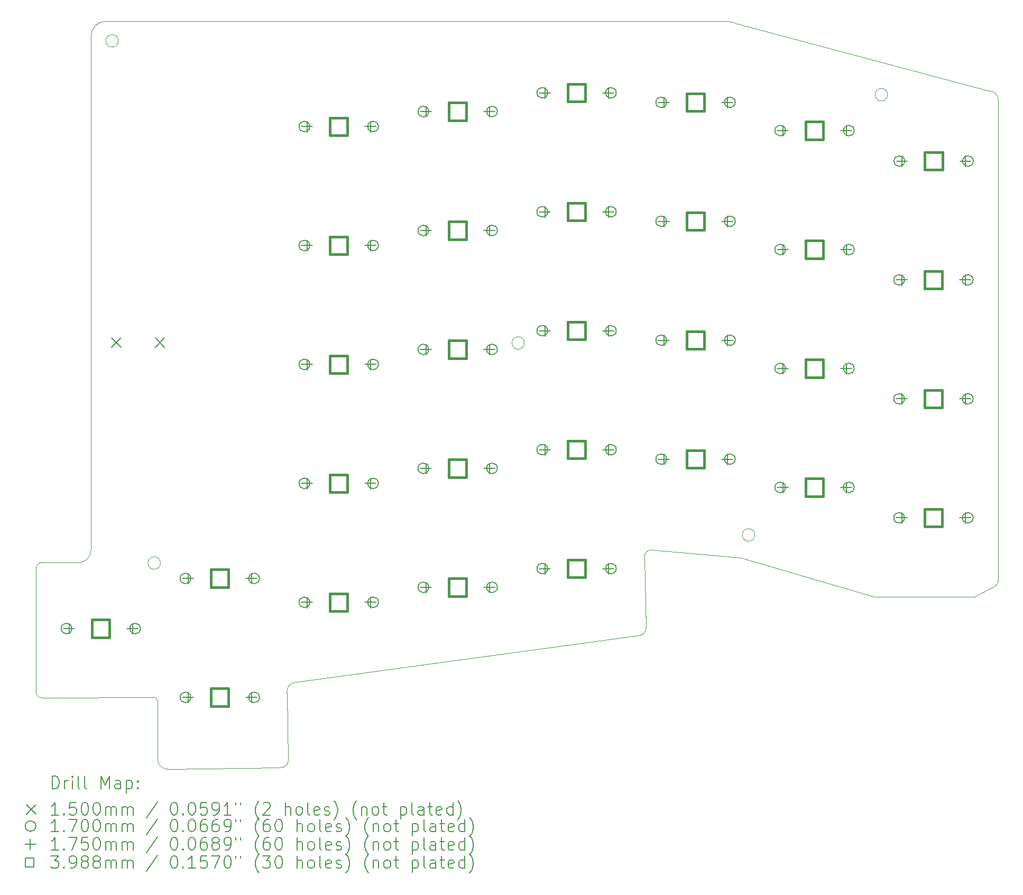
<source format=gbr>
%TF.GenerationSoftware,KiCad,Pcbnew,8.0.6*%
%TF.CreationDate,2025-02-17T14:59:27-05:00*%
%TF.ProjectId,KeyBoard_2nd_half,4b657942-6f61-4726-945f-326e645f6861,rev?*%
%TF.SameCoordinates,Original*%
%TF.FileFunction,Drillmap*%
%TF.FilePolarity,Positive*%
%FSLAX45Y45*%
G04 Gerber Fmt 4.5, Leading zero omitted, Abs format (unit mm)*
G04 Created by KiCad (PCBNEW 8.0.6) date 2025-02-17 14:59:27*
%MOMM*%
%LPD*%
G01*
G04 APERTURE LIST*
%ADD10C,0.050000*%
%ADD11C,0.200000*%
%ADD12C,0.150000*%
%ADD13C,0.170000*%
%ADD14C,0.175000*%
%ADD15C,0.398780*%
G04 APERTURE END LIST*
D10*
X19548840Y-12524230D02*
X21148840Y-12524230D01*
X7442044Y-3622619D02*
G75*
G02*
X7241643Y-3622619I-100200J0D01*
G01*
X7241643Y-3622619D02*
G75*
G02*
X7442044Y-3622619I100200J0D01*
G01*
X7003715Y-11775730D02*
G75*
G02*
X6808543Y-11979651I-199405J-4510D01*
G01*
X8225027Y-15286043D02*
X10029840Y-15263230D01*
X7992725Y-14132778D02*
G75*
G02*
X8073768Y-14208647I5025J-75852D01*
G01*
X10300598Y-13890973D02*
X15771129Y-13148941D01*
X17152840Y-3311230D02*
G75*
G02*
X17326871Y-3340891I18000J-419770D01*
G01*
X17409840Y-11900230D02*
X19548840Y-12524230D01*
X15865691Y-11901071D02*
G75*
G02*
X15973090Y-11775730I114479J10591D01*
G01*
X8225027Y-15286043D02*
G75*
G02*
X8072027Y-15133043I3J153003D01*
G01*
X15865691Y-11901071D02*
X15891840Y-13028230D01*
X7003710Y-3547610D02*
G75*
G02*
X7241840Y-3309485I238149J-24D01*
G01*
X8073762Y-14208647D02*
X8072027Y-15133043D01*
X21530620Y-12267230D02*
G75*
G02*
X21441840Y-12378232I-113770J-10D01*
G01*
X17635785Y-11535323D02*
G75*
G02*
X17435385Y-11535323I-100200J0D01*
G01*
X17435385Y-11535323D02*
G75*
G02*
X17635785Y-11535323I100200J0D01*
G01*
X10163697Y-15144519D02*
G75*
G02*
X10029840Y-15263229I-119557J-11D01*
G01*
X6808543Y-11979656D02*
X6607840Y-11975230D01*
X8115785Y-11985323D02*
G75*
G02*
X7915385Y-11985323I-100200J0D01*
G01*
X7915385Y-11985323D02*
G75*
G02*
X8115785Y-11985323I100200J0D01*
G01*
X6607840Y-11975230D02*
X6208372Y-11975155D01*
X21530620Y-12267230D02*
X21534840Y-4588230D01*
X7003710Y-3547610D02*
X7003715Y-11775730D01*
X10141177Y-14071336D02*
X10163697Y-15144519D01*
X21389840Y-4426350D02*
X17326870Y-3340892D01*
X6124407Y-12076360D02*
G75*
G02*
X6208373Y-11975160I96713J5190D01*
G01*
X6221105Y-14144503D02*
X7992725Y-14132778D01*
X15973090Y-11775730D02*
X17409840Y-11900230D01*
X10141177Y-14071336D02*
G75*
G02*
X10300597Y-13890983I156153J22606D01*
G01*
X21389840Y-4426350D02*
G75*
G02*
X21534840Y-4588230I0J-145880D01*
G01*
X17152840Y-3311230D02*
X7241840Y-3309485D01*
X6221105Y-14144503D02*
G75*
G02*
X6123273Y-14042100I-3225J94853D01*
G01*
X21441840Y-12378230D02*
X21148840Y-12524230D01*
X15891840Y-13028230D02*
G75*
G02*
X15771129Y-13148940I-120700J-10D01*
G01*
X13945785Y-8460323D02*
G75*
G02*
X13745385Y-8460323I-100200J0D01*
G01*
X13745385Y-8460323D02*
G75*
G02*
X13945785Y-8460323I100200J0D01*
G01*
X6124407Y-12076360D02*
X6123273Y-14042100D01*
X19760785Y-4485323D02*
G75*
G02*
X19560385Y-4485323I-100200J0D01*
G01*
X19560385Y-4485323D02*
G75*
G02*
X19760785Y-4485323I100200J0D01*
G01*
D11*
D12*
X7333845Y-8378004D02*
X7483845Y-8528004D01*
X7483845Y-8378004D02*
X7333845Y-8528004D01*
X8033845Y-8378004D02*
X8183845Y-8528004D01*
X8183845Y-8378004D02*
X8033845Y-8528004D01*
D13*
X6696210Y-13034698D02*
G75*
G02*
X6526210Y-13034698I-85000J0D01*
G01*
X6526210Y-13034698D02*
G75*
G02*
X6696210Y-13034698I85000J0D01*
G01*
X7796210Y-13034698D02*
G75*
G02*
X7626210Y-13034698I-85000J0D01*
G01*
X7626210Y-13034698D02*
G75*
G02*
X7796210Y-13034698I85000J0D01*
G01*
X8601210Y-12232198D02*
G75*
G02*
X8431210Y-12232198I-85000J0D01*
G01*
X8431210Y-12232198D02*
G75*
G02*
X8601210Y-12232198I85000J0D01*
G01*
X8601210Y-14137198D02*
G75*
G02*
X8431210Y-14137198I-85000J0D01*
G01*
X8431210Y-14137198D02*
G75*
G02*
X8601210Y-14137198I85000J0D01*
G01*
X9701210Y-12232198D02*
G75*
G02*
X9531210Y-12232198I-85000J0D01*
G01*
X9531210Y-12232198D02*
G75*
G02*
X9701210Y-12232198I85000J0D01*
G01*
X9701210Y-14137198D02*
G75*
G02*
X9531210Y-14137198I-85000J0D01*
G01*
X9531210Y-14137198D02*
G75*
G02*
X9701210Y-14137198I85000J0D01*
G01*
X10506210Y-4994698D02*
G75*
G02*
X10336210Y-4994698I-85000J0D01*
G01*
X10336210Y-4994698D02*
G75*
G02*
X10506210Y-4994698I85000J0D01*
G01*
X10506210Y-6899698D02*
G75*
G02*
X10336210Y-6899698I-85000J0D01*
G01*
X10336210Y-6899698D02*
G75*
G02*
X10506210Y-6899698I85000J0D01*
G01*
X10506210Y-8804698D02*
G75*
G02*
X10336210Y-8804698I-85000J0D01*
G01*
X10336210Y-8804698D02*
G75*
G02*
X10506210Y-8804698I85000J0D01*
G01*
X10506210Y-10709698D02*
G75*
G02*
X10336210Y-10709698I-85000J0D01*
G01*
X10336210Y-10709698D02*
G75*
G02*
X10506210Y-10709698I85000J0D01*
G01*
X10506210Y-12614698D02*
G75*
G02*
X10336210Y-12614698I-85000J0D01*
G01*
X10336210Y-12614698D02*
G75*
G02*
X10506210Y-12614698I85000J0D01*
G01*
X11606210Y-4994698D02*
G75*
G02*
X11436210Y-4994698I-85000J0D01*
G01*
X11436210Y-4994698D02*
G75*
G02*
X11606210Y-4994698I85000J0D01*
G01*
X11606210Y-6899698D02*
G75*
G02*
X11436210Y-6899698I-85000J0D01*
G01*
X11436210Y-6899698D02*
G75*
G02*
X11606210Y-6899698I85000J0D01*
G01*
X11606210Y-8804698D02*
G75*
G02*
X11436210Y-8804698I-85000J0D01*
G01*
X11436210Y-8804698D02*
G75*
G02*
X11606210Y-8804698I85000J0D01*
G01*
X11606210Y-10709698D02*
G75*
G02*
X11436210Y-10709698I-85000J0D01*
G01*
X11436210Y-10709698D02*
G75*
G02*
X11606210Y-10709698I85000J0D01*
G01*
X11606210Y-12614698D02*
G75*
G02*
X11436210Y-12614698I-85000J0D01*
G01*
X11436210Y-12614698D02*
G75*
G02*
X11606210Y-12614698I85000J0D01*
G01*
X12411210Y-4754698D02*
G75*
G02*
X12241210Y-4754698I-85000J0D01*
G01*
X12241210Y-4754698D02*
G75*
G02*
X12411210Y-4754698I85000J0D01*
G01*
X12411210Y-6659698D02*
G75*
G02*
X12241210Y-6659698I-85000J0D01*
G01*
X12241210Y-6659698D02*
G75*
G02*
X12411210Y-6659698I85000J0D01*
G01*
X12411210Y-8564698D02*
G75*
G02*
X12241210Y-8564698I-85000J0D01*
G01*
X12241210Y-8564698D02*
G75*
G02*
X12411210Y-8564698I85000J0D01*
G01*
X12411210Y-10469698D02*
G75*
G02*
X12241210Y-10469698I-85000J0D01*
G01*
X12241210Y-10469698D02*
G75*
G02*
X12411210Y-10469698I85000J0D01*
G01*
X12411210Y-12374698D02*
G75*
G02*
X12241210Y-12374698I-85000J0D01*
G01*
X12241210Y-12374698D02*
G75*
G02*
X12411210Y-12374698I85000J0D01*
G01*
X13511210Y-4754698D02*
G75*
G02*
X13341210Y-4754698I-85000J0D01*
G01*
X13341210Y-4754698D02*
G75*
G02*
X13511210Y-4754698I85000J0D01*
G01*
X13511210Y-6659698D02*
G75*
G02*
X13341210Y-6659698I-85000J0D01*
G01*
X13341210Y-6659698D02*
G75*
G02*
X13511210Y-6659698I85000J0D01*
G01*
X13511210Y-8564698D02*
G75*
G02*
X13341210Y-8564698I-85000J0D01*
G01*
X13341210Y-8564698D02*
G75*
G02*
X13511210Y-8564698I85000J0D01*
G01*
X13511210Y-10469698D02*
G75*
G02*
X13341210Y-10469698I-85000J0D01*
G01*
X13341210Y-10469698D02*
G75*
G02*
X13511210Y-10469698I85000J0D01*
G01*
X13511210Y-12374698D02*
G75*
G02*
X13341210Y-12374698I-85000J0D01*
G01*
X13341210Y-12374698D02*
G75*
G02*
X13511210Y-12374698I85000J0D01*
G01*
X14316210Y-4454698D02*
G75*
G02*
X14146210Y-4454698I-85000J0D01*
G01*
X14146210Y-4454698D02*
G75*
G02*
X14316210Y-4454698I85000J0D01*
G01*
X14316210Y-6359698D02*
G75*
G02*
X14146210Y-6359698I-85000J0D01*
G01*
X14146210Y-6359698D02*
G75*
G02*
X14316210Y-6359698I85000J0D01*
G01*
X14316210Y-8264698D02*
G75*
G02*
X14146210Y-8264698I-85000J0D01*
G01*
X14146210Y-8264698D02*
G75*
G02*
X14316210Y-8264698I85000J0D01*
G01*
X14316210Y-10169698D02*
G75*
G02*
X14146210Y-10169698I-85000J0D01*
G01*
X14146210Y-10169698D02*
G75*
G02*
X14316210Y-10169698I85000J0D01*
G01*
X14316210Y-12074698D02*
G75*
G02*
X14146210Y-12074698I-85000J0D01*
G01*
X14146210Y-12074698D02*
G75*
G02*
X14316210Y-12074698I85000J0D01*
G01*
X15416210Y-4454698D02*
G75*
G02*
X15246210Y-4454698I-85000J0D01*
G01*
X15246210Y-4454698D02*
G75*
G02*
X15416210Y-4454698I85000J0D01*
G01*
X15416210Y-6359698D02*
G75*
G02*
X15246210Y-6359698I-85000J0D01*
G01*
X15246210Y-6359698D02*
G75*
G02*
X15416210Y-6359698I85000J0D01*
G01*
X15416210Y-8264698D02*
G75*
G02*
X15246210Y-8264698I-85000J0D01*
G01*
X15246210Y-8264698D02*
G75*
G02*
X15416210Y-8264698I85000J0D01*
G01*
X15416210Y-10169698D02*
G75*
G02*
X15246210Y-10169698I-85000J0D01*
G01*
X15246210Y-10169698D02*
G75*
G02*
X15416210Y-10169698I85000J0D01*
G01*
X15416210Y-12074698D02*
G75*
G02*
X15246210Y-12074698I-85000J0D01*
G01*
X15246210Y-12074698D02*
G75*
G02*
X15416210Y-12074698I85000J0D01*
G01*
X16221210Y-4607198D02*
G75*
G02*
X16051210Y-4607198I-85000J0D01*
G01*
X16051210Y-4607198D02*
G75*
G02*
X16221210Y-4607198I85000J0D01*
G01*
X16221210Y-6512198D02*
G75*
G02*
X16051210Y-6512198I-85000J0D01*
G01*
X16051210Y-6512198D02*
G75*
G02*
X16221210Y-6512198I85000J0D01*
G01*
X16221210Y-8417198D02*
G75*
G02*
X16051210Y-8417198I-85000J0D01*
G01*
X16051210Y-8417198D02*
G75*
G02*
X16221210Y-8417198I85000J0D01*
G01*
X16221210Y-10322198D02*
G75*
G02*
X16051210Y-10322198I-85000J0D01*
G01*
X16051210Y-10322198D02*
G75*
G02*
X16221210Y-10322198I85000J0D01*
G01*
X17321210Y-4607198D02*
G75*
G02*
X17151210Y-4607198I-85000J0D01*
G01*
X17151210Y-4607198D02*
G75*
G02*
X17321210Y-4607198I85000J0D01*
G01*
X17321210Y-6512198D02*
G75*
G02*
X17151210Y-6512198I-85000J0D01*
G01*
X17151210Y-6512198D02*
G75*
G02*
X17321210Y-6512198I85000J0D01*
G01*
X17321210Y-8417198D02*
G75*
G02*
X17151210Y-8417198I-85000J0D01*
G01*
X17151210Y-8417198D02*
G75*
G02*
X17321210Y-8417198I85000J0D01*
G01*
X17321210Y-10322198D02*
G75*
G02*
X17151210Y-10322198I-85000J0D01*
G01*
X17151210Y-10322198D02*
G75*
G02*
X17321210Y-10322198I85000J0D01*
G01*
X18126210Y-5059698D02*
G75*
G02*
X17956210Y-5059698I-85000J0D01*
G01*
X17956210Y-5059698D02*
G75*
G02*
X18126210Y-5059698I85000J0D01*
G01*
X18126210Y-6964698D02*
G75*
G02*
X17956210Y-6964698I-85000J0D01*
G01*
X17956210Y-6964698D02*
G75*
G02*
X18126210Y-6964698I85000J0D01*
G01*
X18126210Y-8869698D02*
G75*
G02*
X17956210Y-8869698I-85000J0D01*
G01*
X17956210Y-8869698D02*
G75*
G02*
X18126210Y-8869698I85000J0D01*
G01*
X18126210Y-10774698D02*
G75*
G02*
X17956210Y-10774698I-85000J0D01*
G01*
X17956210Y-10774698D02*
G75*
G02*
X18126210Y-10774698I85000J0D01*
G01*
X19226210Y-5059698D02*
G75*
G02*
X19056210Y-5059698I-85000J0D01*
G01*
X19056210Y-5059698D02*
G75*
G02*
X19226210Y-5059698I85000J0D01*
G01*
X19226210Y-6964698D02*
G75*
G02*
X19056210Y-6964698I-85000J0D01*
G01*
X19056210Y-6964698D02*
G75*
G02*
X19226210Y-6964698I85000J0D01*
G01*
X19226210Y-8869698D02*
G75*
G02*
X19056210Y-8869698I-85000J0D01*
G01*
X19056210Y-8869698D02*
G75*
G02*
X19226210Y-8869698I85000J0D01*
G01*
X19226210Y-10774698D02*
G75*
G02*
X19056210Y-10774698I-85000J0D01*
G01*
X19056210Y-10774698D02*
G75*
G02*
X19226210Y-10774698I85000J0D01*
G01*
X20031210Y-7451279D02*
G75*
G02*
X19861210Y-7451279I-85000J0D01*
G01*
X19861210Y-7451279D02*
G75*
G02*
X20031210Y-7451279I85000J0D01*
G01*
X20031210Y-9356279D02*
G75*
G02*
X19861210Y-9356279I-85000J0D01*
G01*
X19861210Y-9356279D02*
G75*
G02*
X20031210Y-9356279I85000J0D01*
G01*
X20031210Y-11261279D02*
G75*
G02*
X19861210Y-11261279I-85000J0D01*
G01*
X19861210Y-11261279D02*
G75*
G02*
X20031210Y-11261279I85000J0D01*
G01*
X20033710Y-5548116D02*
G75*
G02*
X19863710Y-5548116I-85000J0D01*
G01*
X19863710Y-5548116D02*
G75*
G02*
X20033710Y-5548116I85000J0D01*
G01*
X21131210Y-7451279D02*
G75*
G02*
X20961210Y-7451279I-85000J0D01*
G01*
X20961210Y-7451279D02*
G75*
G02*
X21131210Y-7451279I85000J0D01*
G01*
X21131210Y-9356279D02*
G75*
G02*
X20961210Y-9356279I-85000J0D01*
G01*
X20961210Y-9356279D02*
G75*
G02*
X21131210Y-9356279I85000J0D01*
G01*
X21131210Y-11261279D02*
G75*
G02*
X20961210Y-11261279I-85000J0D01*
G01*
X20961210Y-11261279D02*
G75*
G02*
X21131210Y-11261279I85000J0D01*
G01*
X21133710Y-5548116D02*
G75*
G02*
X20963710Y-5548116I-85000J0D01*
G01*
X20963710Y-5548116D02*
G75*
G02*
X21133710Y-5548116I85000J0D01*
G01*
D14*
X6653210Y-12947198D02*
X6653210Y-13122198D01*
X6565710Y-13034698D02*
X6740710Y-13034698D01*
X7669210Y-12947198D02*
X7669210Y-13122198D01*
X7581710Y-13034698D02*
X7756710Y-13034698D01*
X8558210Y-12144698D02*
X8558210Y-12319698D01*
X8470710Y-12232198D02*
X8645710Y-12232198D01*
X8558210Y-14049698D02*
X8558210Y-14224698D01*
X8470710Y-14137198D02*
X8645710Y-14137198D01*
X9574210Y-12144698D02*
X9574210Y-12319698D01*
X9486710Y-12232198D02*
X9661710Y-12232198D01*
X9574210Y-14049698D02*
X9574210Y-14224698D01*
X9486710Y-14137198D02*
X9661710Y-14137198D01*
X10463210Y-4907198D02*
X10463210Y-5082198D01*
X10375710Y-4994698D02*
X10550710Y-4994698D01*
X10463210Y-6812198D02*
X10463210Y-6987198D01*
X10375710Y-6899698D02*
X10550710Y-6899698D01*
X10463210Y-8717198D02*
X10463210Y-8892198D01*
X10375710Y-8804698D02*
X10550710Y-8804698D01*
X10463210Y-10622198D02*
X10463210Y-10797198D01*
X10375710Y-10709698D02*
X10550710Y-10709698D01*
X10463210Y-12527198D02*
X10463210Y-12702198D01*
X10375710Y-12614698D02*
X10550710Y-12614698D01*
X11479210Y-4907198D02*
X11479210Y-5082198D01*
X11391710Y-4994698D02*
X11566710Y-4994698D01*
X11479210Y-6812198D02*
X11479210Y-6987198D01*
X11391710Y-6899698D02*
X11566710Y-6899698D01*
X11479210Y-8717198D02*
X11479210Y-8892198D01*
X11391710Y-8804698D02*
X11566710Y-8804698D01*
X11479210Y-10622198D02*
X11479210Y-10797198D01*
X11391710Y-10709698D02*
X11566710Y-10709698D01*
X11479210Y-12527198D02*
X11479210Y-12702198D01*
X11391710Y-12614698D02*
X11566710Y-12614698D01*
X12368210Y-4667198D02*
X12368210Y-4842198D01*
X12280710Y-4754698D02*
X12455710Y-4754698D01*
X12368210Y-6572198D02*
X12368210Y-6747198D01*
X12280710Y-6659698D02*
X12455710Y-6659698D01*
X12368210Y-8477198D02*
X12368210Y-8652198D01*
X12280710Y-8564698D02*
X12455710Y-8564698D01*
X12368210Y-10382198D02*
X12368210Y-10557198D01*
X12280710Y-10469698D02*
X12455710Y-10469698D01*
X12368210Y-12287198D02*
X12368210Y-12462198D01*
X12280710Y-12374698D02*
X12455710Y-12374698D01*
X13384210Y-4667198D02*
X13384210Y-4842198D01*
X13296710Y-4754698D02*
X13471710Y-4754698D01*
X13384210Y-6572198D02*
X13384210Y-6747198D01*
X13296710Y-6659698D02*
X13471710Y-6659698D01*
X13384210Y-8477198D02*
X13384210Y-8652198D01*
X13296710Y-8564698D02*
X13471710Y-8564698D01*
X13384210Y-10382198D02*
X13384210Y-10557198D01*
X13296710Y-10469698D02*
X13471710Y-10469698D01*
X13384210Y-12287198D02*
X13384210Y-12462198D01*
X13296710Y-12374698D02*
X13471710Y-12374698D01*
X14273210Y-4367198D02*
X14273210Y-4542198D01*
X14185710Y-4454698D02*
X14360710Y-4454698D01*
X14273210Y-6272198D02*
X14273210Y-6447198D01*
X14185710Y-6359698D02*
X14360710Y-6359698D01*
X14273210Y-8177198D02*
X14273210Y-8352198D01*
X14185710Y-8264698D02*
X14360710Y-8264698D01*
X14273210Y-10082198D02*
X14273210Y-10257198D01*
X14185710Y-10169698D02*
X14360710Y-10169698D01*
X14273210Y-11987198D02*
X14273210Y-12162198D01*
X14185710Y-12074698D02*
X14360710Y-12074698D01*
X15289210Y-4367198D02*
X15289210Y-4542198D01*
X15201710Y-4454698D02*
X15376710Y-4454698D01*
X15289210Y-6272198D02*
X15289210Y-6447198D01*
X15201710Y-6359698D02*
X15376710Y-6359698D01*
X15289210Y-8177198D02*
X15289210Y-8352198D01*
X15201710Y-8264698D02*
X15376710Y-8264698D01*
X15289210Y-10082198D02*
X15289210Y-10257198D01*
X15201710Y-10169698D02*
X15376710Y-10169698D01*
X15289210Y-11987198D02*
X15289210Y-12162198D01*
X15201710Y-12074698D02*
X15376710Y-12074698D01*
X16178210Y-4519698D02*
X16178210Y-4694698D01*
X16090710Y-4607198D02*
X16265710Y-4607198D01*
X16178210Y-6424698D02*
X16178210Y-6599698D01*
X16090710Y-6512198D02*
X16265710Y-6512198D01*
X16178210Y-8329698D02*
X16178210Y-8504698D01*
X16090710Y-8417198D02*
X16265710Y-8417198D01*
X16178210Y-10234698D02*
X16178210Y-10409698D01*
X16090710Y-10322198D02*
X16265710Y-10322198D01*
X17194210Y-4519698D02*
X17194210Y-4694698D01*
X17106710Y-4607198D02*
X17281710Y-4607198D01*
X17194210Y-6424698D02*
X17194210Y-6599698D01*
X17106710Y-6512198D02*
X17281710Y-6512198D01*
X17194210Y-8329698D02*
X17194210Y-8504698D01*
X17106710Y-8417198D02*
X17281710Y-8417198D01*
X17194210Y-10234698D02*
X17194210Y-10409698D01*
X17106710Y-10322198D02*
X17281710Y-10322198D01*
X18083210Y-4972198D02*
X18083210Y-5147198D01*
X17995710Y-5059698D02*
X18170710Y-5059698D01*
X18083210Y-6877198D02*
X18083210Y-7052198D01*
X17995710Y-6964698D02*
X18170710Y-6964698D01*
X18083210Y-8782198D02*
X18083210Y-8957198D01*
X17995710Y-8869698D02*
X18170710Y-8869698D01*
X18083210Y-10687198D02*
X18083210Y-10862198D01*
X17995710Y-10774698D02*
X18170710Y-10774698D01*
X19099210Y-4972198D02*
X19099210Y-5147198D01*
X19011710Y-5059698D02*
X19186710Y-5059698D01*
X19099210Y-6877198D02*
X19099210Y-7052198D01*
X19011710Y-6964698D02*
X19186710Y-6964698D01*
X19099210Y-8782198D02*
X19099210Y-8957198D01*
X19011710Y-8869698D02*
X19186710Y-8869698D01*
X19099210Y-10687198D02*
X19099210Y-10862198D01*
X19011710Y-10774698D02*
X19186710Y-10774698D01*
X19988210Y-7363779D02*
X19988210Y-7538779D01*
X19900710Y-7451279D02*
X20075710Y-7451279D01*
X19988210Y-9268779D02*
X19988210Y-9443779D01*
X19900710Y-9356279D02*
X20075710Y-9356279D01*
X19988210Y-11173779D02*
X19988210Y-11348779D01*
X19900710Y-11261279D02*
X20075710Y-11261279D01*
X19990710Y-5460616D02*
X19990710Y-5635616D01*
X19903210Y-5548116D02*
X20078210Y-5548116D01*
X21004210Y-7363779D02*
X21004210Y-7538779D01*
X20916710Y-7451279D02*
X21091710Y-7451279D01*
X21004210Y-9268779D02*
X21004210Y-9443779D01*
X20916710Y-9356279D02*
X21091710Y-9356279D01*
X21004210Y-11173779D02*
X21004210Y-11348779D01*
X20916710Y-11261279D02*
X21091710Y-11261279D01*
X21006710Y-5460616D02*
X21006710Y-5635616D01*
X20919210Y-5548116D02*
X21094210Y-5548116D01*
D15*
X7302201Y-13175689D02*
X7302201Y-12893706D01*
X7020219Y-12893706D01*
X7020219Y-13175689D01*
X7302201Y-13175689D01*
X9207201Y-12373189D02*
X9207201Y-12091206D01*
X8925219Y-12091206D01*
X8925219Y-12373189D01*
X9207201Y-12373189D01*
X9207201Y-14278189D02*
X9207201Y-13996206D01*
X8925219Y-13996206D01*
X8925219Y-14278189D01*
X9207201Y-14278189D01*
X11112201Y-5135689D02*
X11112201Y-4853706D01*
X10830219Y-4853706D01*
X10830219Y-5135689D01*
X11112201Y-5135689D01*
X11112201Y-7040689D02*
X11112201Y-6758706D01*
X10830219Y-6758706D01*
X10830219Y-7040689D01*
X11112201Y-7040689D01*
X11112201Y-8945689D02*
X11112201Y-8663706D01*
X10830219Y-8663706D01*
X10830219Y-8945689D01*
X11112201Y-8945689D01*
X11112201Y-10850689D02*
X11112201Y-10568706D01*
X10830219Y-10568706D01*
X10830219Y-10850689D01*
X11112201Y-10850689D01*
X11112201Y-12755689D02*
X11112201Y-12473706D01*
X10830219Y-12473706D01*
X10830219Y-12755689D01*
X11112201Y-12755689D01*
X13017201Y-4895689D02*
X13017201Y-4613706D01*
X12735219Y-4613706D01*
X12735219Y-4895689D01*
X13017201Y-4895689D01*
X13017201Y-6800689D02*
X13017201Y-6518706D01*
X12735219Y-6518706D01*
X12735219Y-6800689D01*
X13017201Y-6800689D01*
X13017201Y-8705689D02*
X13017201Y-8423706D01*
X12735219Y-8423706D01*
X12735219Y-8705689D01*
X13017201Y-8705689D01*
X13017201Y-10610689D02*
X13017201Y-10328706D01*
X12735219Y-10328706D01*
X12735219Y-10610689D01*
X13017201Y-10610689D01*
X13017201Y-12515689D02*
X13017201Y-12233706D01*
X12735219Y-12233706D01*
X12735219Y-12515689D01*
X13017201Y-12515689D01*
X14922201Y-4595689D02*
X14922201Y-4313706D01*
X14640219Y-4313706D01*
X14640219Y-4595689D01*
X14922201Y-4595689D01*
X14922201Y-6500689D02*
X14922201Y-6218706D01*
X14640219Y-6218706D01*
X14640219Y-6500689D01*
X14922201Y-6500689D01*
X14922201Y-8405689D02*
X14922201Y-8123706D01*
X14640219Y-8123706D01*
X14640219Y-8405689D01*
X14922201Y-8405689D01*
X14922201Y-10310689D02*
X14922201Y-10028706D01*
X14640219Y-10028706D01*
X14640219Y-10310689D01*
X14922201Y-10310689D01*
X14922201Y-12215689D02*
X14922201Y-11933706D01*
X14640219Y-11933706D01*
X14640219Y-12215689D01*
X14922201Y-12215689D01*
X16827201Y-4748189D02*
X16827201Y-4466206D01*
X16545219Y-4466206D01*
X16545219Y-4748189D01*
X16827201Y-4748189D01*
X16827201Y-6653189D02*
X16827201Y-6371206D01*
X16545219Y-6371206D01*
X16545219Y-6653189D01*
X16827201Y-6653189D01*
X16827201Y-8558189D02*
X16827201Y-8276206D01*
X16545219Y-8276206D01*
X16545219Y-8558189D01*
X16827201Y-8558189D01*
X16827201Y-10463189D02*
X16827201Y-10181206D01*
X16545219Y-10181206D01*
X16545219Y-10463189D01*
X16827201Y-10463189D01*
X18732201Y-5200689D02*
X18732201Y-4918706D01*
X18450219Y-4918706D01*
X18450219Y-5200689D01*
X18732201Y-5200689D01*
X18732201Y-7105689D02*
X18732201Y-6823706D01*
X18450219Y-6823706D01*
X18450219Y-7105689D01*
X18732201Y-7105689D01*
X18732201Y-9010689D02*
X18732201Y-8728706D01*
X18450219Y-8728706D01*
X18450219Y-9010689D01*
X18732201Y-9010689D01*
X18732201Y-10915689D02*
X18732201Y-10633706D01*
X18450219Y-10633706D01*
X18450219Y-10915689D01*
X18732201Y-10915689D01*
X20637201Y-7592270D02*
X20637201Y-7310287D01*
X20355219Y-7310287D01*
X20355219Y-7592270D01*
X20637201Y-7592270D01*
X20637201Y-9497270D02*
X20637201Y-9215287D01*
X20355219Y-9215287D01*
X20355219Y-9497270D01*
X20637201Y-9497270D01*
X20637201Y-11402270D02*
X20637201Y-11120287D01*
X20355219Y-11120287D01*
X20355219Y-11402270D01*
X20637201Y-11402270D01*
X20639701Y-5689108D02*
X20639701Y-5407125D01*
X20357719Y-5407125D01*
X20357719Y-5689108D01*
X20639701Y-5689108D01*
D11*
X6381249Y-15600027D02*
X6381249Y-15400027D01*
X6381249Y-15400027D02*
X6428868Y-15400027D01*
X6428868Y-15400027D02*
X6457440Y-15409550D01*
X6457440Y-15409550D02*
X6476487Y-15428598D01*
X6476487Y-15428598D02*
X6486011Y-15447646D01*
X6486011Y-15447646D02*
X6495535Y-15485741D01*
X6495535Y-15485741D02*
X6495535Y-15514312D01*
X6495535Y-15514312D02*
X6486011Y-15552407D01*
X6486011Y-15552407D02*
X6476487Y-15571455D01*
X6476487Y-15571455D02*
X6457440Y-15590503D01*
X6457440Y-15590503D02*
X6428868Y-15600027D01*
X6428868Y-15600027D02*
X6381249Y-15600027D01*
X6581249Y-15600027D02*
X6581249Y-15466693D01*
X6581249Y-15504788D02*
X6590773Y-15485741D01*
X6590773Y-15485741D02*
X6600297Y-15476217D01*
X6600297Y-15476217D02*
X6619344Y-15466693D01*
X6619344Y-15466693D02*
X6638392Y-15466693D01*
X6705059Y-15600027D02*
X6705059Y-15466693D01*
X6705059Y-15400027D02*
X6695535Y-15409550D01*
X6695535Y-15409550D02*
X6705059Y-15419074D01*
X6705059Y-15419074D02*
X6714583Y-15409550D01*
X6714583Y-15409550D02*
X6705059Y-15400027D01*
X6705059Y-15400027D02*
X6705059Y-15419074D01*
X6828868Y-15600027D02*
X6809821Y-15590503D01*
X6809821Y-15590503D02*
X6800297Y-15571455D01*
X6800297Y-15571455D02*
X6800297Y-15400027D01*
X6933630Y-15600027D02*
X6914583Y-15590503D01*
X6914583Y-15590503D02*
X6905059Y-15571455D01*
X6905059Y-15571455D02*
X6905059Y-15400027D01*
X7162202Y-15600027D02*
X7162202Y-15400027D01*
X7162202Y-15400027D02*
X7228868Y-15542884D01*
X7228868Y-15542884D02*
X7295535Y-15400027D01*
X7295535Y-15400027D02*
X7295535Y-15600027D01*
X7476487Y-15600027D02*
X7476487Y-15495265D01*
X7476487Y-15495265D02*
X7466964Y-15476217D01*
X7466964Y-15476217D02*
X7447916Y-15466693D01*
X7447916Y-15466693D02*
X7409821Y-15466693D01*
X7409821Y-15466693D02*
X7390773Y-15476217D01*
X7476487Y-15590503D02*
X7457440Y-15600027D01*
X7457440Y-15600027D02*
X7409821Y-15600027D01*
X7409821Y-15600027D02*
X7390773Y-15590503D01*
X7390773Y-15590503D02*
X7381249Y-15571455D01*
X7381249Y-15571455D02*
X7381249Y-15552407D01*
X7381249Y-15552407D02*
X7390773Y-15533360D01*
X7390773Y-15533360D02*
X7409821Y-15523836D01*
X7409821Y-15523836D02*
X7457440Y-15523836D01*
X7457440Y-15523836D02*
X7476487Y-15514312D01*
X7571725Y-15466693D02*
X7571725Y-15666693D01*
X7571725Y-15476217D02*
X7590773Y-15466693D01*
X7590773Y-15466693D02*
X7628868Y-15466693D01*
X7628868Y-15466693D02*
X7647916Y-15476217D01*
X7647916Y-15476217D02*
X7657440Y-15485741D01*
X7657440Y-15485741D02*
X7666964Y-15504788D01*
X7666964Y-15504788D02*
X7666964Y-15561931D01*
X7666964Y-15561931D02*
X7657440Y-15580979D01*
X7657440Y-15580979D02*
X7647916Y-15590503D01*
X7647916Y-15590503D02*
X7628868Y-15600027D01*
X7628868Y-15600027D02*
X7590773Y-15600027D01*
X7590773Y-15600027D02*
X7571725Y-15590503D01*
X7752678Y-15580979D02*
X7762202Y-15590503D01*
X7762202Y-15590503D02*
X7752678Y-15600027D01*
X7752678Y-15600027D02*
X7743154Y-15590503D01*
X7743154Y-15590503D02*
X7752678Y-15580979D01*
X7752678Y-15580979D02*
X7752678Y-15600027D01*
X7752678Y-15476217D02*
X7762202Y-15485741D01*
X7762202Y-15485741D02*
X7752678Y-15495265D01*
X7752678Y-15495265D02*
X7743154Y-15485741D01*
X7743154Y-15485741D02*
X7752678Y-15476217D01*
X7752678Y-15476217D02*
X7752678Y-15495265D01*
D12*
X5970472Y-15853543D02*
X6120472Y-16003543D01*
X6120472Y-15853543D02*
X5970472Y-16003543D01*
D11*
X6486011Y-16020027D02*
X6371725Y-16020027D01*
X6428868Y-16020027D02*
X6428868Y-15820027D01*
X6428868Y-15820027D02*
X6409821Y-15848598D01*
X6409821Y-15848598D02*
X6390773Y-15867646D01*
X6390773Y-15867646D02*
X6371725Y-15877169D01*
X6571725Y-16000979D02*
X6581249Y-16010503D01*
X6581249Y-16010503D02*
X6571725Y-16020027D01*
X6571725Y-16020027D02*
X6562202Y-16010503D01*
X6562202Y-16010503D02*
X6571725Y-16000979D01*
X6571725Y-16000979D02*
X6571725Y-16020027D01*
X6762202Y-15820027D02*
X6666964Y-15820027D01*
X6666964Y-15820027D02*
X6657440Y-15915265D01*
X6657440Y-15915265D02*
X6666964Y-15905741D01*
X6666964Y-15905741D02*
X6686011Y-15896217D01*
X6686011Y-15896217D02*
X6733630Y-15896217D01*
X6733630Y-15896217D02*
X6752678Y-15905741D01*
X6752678Y-15905741D02*
X6762202Y-15915265D01*
X6762202Y-15915265D02*
X6771725Y-15934312D01*
X6771725Y-15934312D02*
X6771725Y-15981931D01*
X6771725Y-15981931D02*
X6762202Y-16000979D01*
X6762202Y-16000979D02*
X6752678Y-16010503D01*
X6752678Y-16010503D02*
X6733630Y-16020027D01*
X6733630Y-16020027D02*
X6686011Y-16020027D01*
X6686011Y-16020027D02*
X6666964Y-16010503D01*
X6666964Y-16010503D02*
X6657440Y-16000979D01*
X6895535Y-15820027D02*
X6914583Y-15820027D01*
X6914583Y-15820027D02*
X6933630Y-15829550D01*
X6933630Y-15829550D02*
X6943154Y-15839074D01*
X6943154Y-15839074D02*
X6952678Y-15858122D01*
X6952678Y-15858122D02*
X6962202Y-15896217D01*
X6962202Y-15896217D02*
X6962202Y-15943836D01*
X6962202Y-15943836D02*
X6952678Y-15981931D01*
X6952678Y-15981931D02*
X6943154Y-16000979D01*
X6943154Y-16000979D02*
X6933630Y-16010503D01*
X6933630Y-16010503D02*
X6914583Y-16020027D01*
X6914583Y-16020027D02*
X6895535Y-16020027D01*
X6895535Y-16020027D02*
X6876487Y-16010503D01*
X6876487Y-16010503D02*
X6866964Y-16000979D01*
X6866964Y-16000979D02*
X6857440Y-15981931D01*
X6857440Y-15981931D02*
X6847916Y-15943836D01*
X6847916Y-15943836D02*
X6847916Y-15896217D01*
X6847916Y-15896217D02*
X6857440Y-15858122D01*
X6857440Y-15858122D02*
X6866964Y-15839074D01*
X6866964Y-15839074D02*
X6876487Y-15829550D01*
X6876487Y-15829550D02*
X6895535Y-15820027D01*
X7086011Y-15820027D02*
X7105059Y-15820027D01*
X7105059Y-15820027D02*
X7124106Y-15829550D01*
X7124106Y-15829550D02*
X7133630Y-15839074D01*
X7133630Y-15839074D02*
X7143154Y-15858122D01*
X7143154Y-15858122D02*
X7152678Y-15896217D01*
X7152678Y-15896217D02*
X7152678Y-15943836D01*
X7152678Y-15943836D02*
X7143154Y-15981931D01*
X7143154Y-15981931D02*
X7133630Y-16000979D01*
X7133630Y-16000979D02*
X7124106Y-16010503D01*
X7124106Y-16010503D02*
X7105059Y-16020027D01*
X7105059Y-16020027D02*
X7086011Y-16020027D01*
X7086011Y-16020027D02*
X7066964Y-16010503D01*
X7066964Y-16010503D02*
X7057440Y-16000979D01*
X7057440Y-16000979D02*
X7047916Y-15981931D01*
X7047916Y-15981931D02*
X7038392Y-15943836D01*
X7038392Y-15943836D02*
X7038392Y-15896217D01*
X7038392Y-15896217D02*
X7047916Y-15858122D01*
X7047916Y-15858122D02*
X7057440Y-15839074D01*
X7057440Y-15839074D02*
X7066964Y-15829550D01*
X7066964Y-15829550D02*
X7086011Y-15820027D01*
X7238392Y-16020027D02*
X7238392Y-15886693D01*
X7238392Y-15905741D02*
X7247916Y-15896217D01*
X7247916Y-15896217D02*
X7266964Y-15886693D01*
X7266964Y-15886693D02*
X7295535Y-15886693D01*
X7295535Y-15886693D02*
X7314583Y-15896217D01*
X7314583Y-15896217D02*
X7324106Y-15915265D01*
X7324106Y-15915265D02*
X7324106Y-16020027D01*
X7324106Y-15915265D02*
X7333630Y-15896217D01*
X7333630Y-15896217D02*
X7352678Y-15886693D01*
X7352678Y-15886693D02*
X7381249Y-15886693D01*
X7381249Y-15886693D02*
X7400297Y-15896217D01*
X7400297Y-15896217D02*
X7409821Y-15915265D01*
X7409821Y-15915265D02*
X7409821Y-16020027D01*
X7505059Y-16020027D02*
X7505059Y-15886693D01*
X7505059Y-15905741D02*
X7514583Y-15896217D01*
X7514583Y-15896217D02*
X7533630Y-15886693D01*
X7533630Y-15886693D02*
X7562202Y-15886693D01*
X7562202Y-15886693D02*
X7581249Y-15896217D01*
X7581249Y-15896217D02*
X7590773Y-15915265D01*
X7590773Y-15915265D02*
X7590773Y-16020027D01*
X7590773Y-15915265D02*
X7600297Y-15896217D01*
X7600297Y-15896217D02*
X7619345Y-15886693D01*
X7619345Y-15886693D02*
X7647916Y-15886693D01*
X7647916Y-15886693D02*
X7666964Y-15896217D01*
X7666964Y-15896217D02*
X7676487Y-15915265D01*
X7676487Y-15915265D02*
X7676487Y-16020027D01*
X8066964Y-15810503D02*
X7895535Y-16067646D01*
X8324107Y-15820027D02*
X8343154Y-15820027D01*
X8343154Y-15820027D02*
X8362202Y-15829550D01*
X8362202Y-15829550D02*
X8371726Y-15839074D01*
X8371726Y-15839074D02*
X8381249Y-15858122D01*
X8381249Y-15858122D02*
X8390773Y-15896217D01*
X8390773Y-15896217D02*
X8390773Y-15943836D01*
X8390773Y-15943836D02*
X8381249Y-15981931D01*
X8381249Y-15981931D02*
X8371726Y-16000979D01*
X8371726Y-16000979D02*
X8362202Y-16010503D01*
X8362202Y-16010503D02*
X8343154Y-16020027D01*
X8343154Y-16020027D02*
X8324107Y-16020027D01*
X8324107Y-16020027D02*
X8305059Y-16010503D01*
X8305059Y-16010503D02*
X8295535Y-16000979D01*
X8295535Y-16000979D02*
X8286011Y-15981931D01*
X8286011Y-15981931D02*
X8276488Y-15943836D01*
X8276488Y-15943836D02*
X8276488Y-15896217D01*
X8276488Y-15896217D02*
X8286011Y-15858122D01*
X8286011Y-15858122D02*
X8295535Y-15839074D01*
X8295535Y-15839074D02*
X8305059Y-15829550D01*
X8305059Y-15829550D02*
X8324107Y-15820027D01*
X8476488Y-16000979D02*
X8486011Y-16010503D01*
X8486011Y-16010503D02*
X8476488Y-16020027D01*
X8476488Y-16020027D02*
X8466964Y-16010503D01*
X8466964Y-16010503D02*
X8476488Y-16000979D01*
X8476488Y-16000979D02*
X8476488Y-16020027D01*
X8609821Y-15820027D02*
X8628869Y-15820027D01*
X8628869Y-15820027D02*
X8647916Y-15829550D01*
X8647916Y-15829550D02*
X8657440Y-15839074D01*
X8657440Y-15839074D02*
X8666964Y-15858122D01*
X8666964Y-15858122D02*
X8676488Y-15896217D01*
X8676488Y-15896217D02*
X8676488Y-15943836D01*
X8676488Y-15943836D02*
X8666964Y-15981931D01*
X8666964Y-15981931D02*
X8657440Y-16000979D01*
X8657440Y-16000979D02*
X8647916Y-16010503D01*
X8647916Y-16010503D02*
X8628869Y-16020027D01*
X8628869Y-16020027D02*
X8609821Y-16020027D01*
X8609821Y-16020027D02*
X8590773Y-16010503D01*
X8590773Y-16010503D02*
X8581250Y-16000979D01*
X8581250Y-16000979D02*
X8571726Y-15981931D01*
X8571726Y-15981931D02*
X8562202Y-15943836D01*
X8562202Y-15943836D02*
X8562202Y-15896217D01*
X8562202Y-15896217D02*
X8571726Y-15858122D01*
X8571726Y-15858122D02*
X8581250Y-15839074D01*
X8581250Y-15839074D02*
X8590773Y-15829550D01*
X8590773Y-15829550D02*
X8609821Y-15820027D01*
X8857440Y-15820027D02*
X8762202Y-15820027D01*
X8762202Y-15820027D02*
X8752678Y-15915265D01*
X8752678Y-15915265D02*
X8762202Y-15905741D01*
X8762202Y-15905741D02*
X8781250Y-15896217D01*
X8781250Y-15896217D02*
X8828869Y-15896217D01*
X8828869Y-15896217D02*
X8847916Y-15905741D01*
X8847916Y-15905741D02*
X8857440Y-15915265D01*
X8857440Y-15915265D02*
X8866964Y-15934312D01*
X8866964Y-15934312D02*
X8866964Y-15981931D01*
X8866964Y-15981931D02*
X8857440Y-16000979D01*
X8857440Y-16000979D02*
X8847916Y-16010503D01*
X8847916Y-16010503D02*
X8828869Y-16020027D01*
X8828869Y-16020027D02*
X8781250Y-16020027D01*
X8781250Y-16020027D02*
X8762202Y-16010503D01*
X8762202Y-16010503D02*
X8752678Y-16000979D01*
X8962202Y-16020027D02*
X9000297Y-16020027D01*
X9000297Y-16020027D02*
X9019345Y-16010503D01*
X9019345Y-16010503D02*
X9028869Y-16000979D01*
X9028869Y-16000979D02*
X9047916Y-15972407D01*
X9047916Y-15972407D02*
X9057440Y-15934312D01*
X9057440Y-15934312D02*
X9057440Y-15858122D01*
X9057440Y-15858122D02*
X9047916Y-15839074D01*
X9047916Y-15839074D02*
X9038392Y-15829550D01*
X9038392Y-15829550D02*
X9019345Y-15820027D01*
X9019345Y-15820027D02*
X8981250Y-15820027D01*
X8981250Y-15820027D02*
X8962202Y-15829550D01*
X8962202Y-15829550D02*
X8952678Y-15839074D01*
X8952678Y-15839074D02*
X8943154Y-15858122D01*
X8943154Y-15858122D02*
X8943154Y-15905741D01*
X8943154Y-15905741D02*
X8952678Y-15924788D01*
X8952678Y-15924788D02*
X8962202Y-15934312D01*
X8962202Y-15934312D02*
X8981250Y-15943836D01*
X8981250Y-15943836D02*
X9019345Y-15943836D01*
X9019345Y-15943836D02*
X9038392Y-15934312D01*
X9038392Y-15934312D02*
X9047916Y-15924788D01*
X9047916Y-15924788D02*
X9057440Y-15905741D01*
X9247916Y-16020027D02*
X9133631Y-16020027D01*
X9190773Y-16020027D02*
X9190773Y-15820027D01*
X9190773Y-15820027D02*
X9171726Y-15848598D01*
X9171726Y-15848598D02*
X9152678Y-15867646D01*
X9152678Y-15867646D02*
X9133631Y-15877169D01*
X9324107Y-15820027D02*
X9324107Y-15858122D01*
X9400297Y-15820027D02*
X9400297Y-15858122D01*
X9695535Y-16096217D02*
X9686012Y-16086693D01*
X9686012Y-16086693D02*
X9666964Y-16058122D01*
X9666964Y-16058122D02*
X9657440Y-16039074D01*
X9657440Y-16039074D02*
X9647916Y-16010503D01*
X9647916Y-16010503D02*
X9638393Y-15962884D01*
X9638393Y-15962884D02*
X9638393Y-15924788D01*
X9638393Y-15924788D02*
X9647916Y-15877169D01*
X9647916Y-15877169D02*
X9657440Y-15848598D01*
X9657440Y-15848598D02*
X9666964Y-15829550D01*
X9666964Y-15829550D02*
X9686012Y-15800979D01*
X9686012Y-15800979D02*
X9695535Y-15791455D01*
X9762202Y-15839074D02*
X9771726Y-15829550D01*
X9771726Y-15829550D02*
X9790773Y-15820027D01*
X9790773Y-15820027D02*
X9838393Y-15820027D01*
X9838393Y-15820027D02*
X9857440Y-15829550D01*
X9857440Y-15829550D02*
X9866964Y-15839074D01*
X9866964Y-15839074D02*
X9876488Y-15858122D01*
X9876488Y-15858122D02*
X9876488Y-15877169D01*
X9876488Y-15877169D02*
X9866964Y-15905741D01*
X9866964Y-15905741D02*
X9752678Y-16020027D01*
X9752678Y-16020027D02*
X9876488Y-16020027D01*
X10114583Y-16020027D02*
X10114583Y-15820027D01*
X10200297Y-16020027D02*
X10200297Y-15915265D01*
X10200297Y-15915265D02*
X10190774Y-15896217D01*
X10190774Y-15896217D02*
X10171726Y-15886693D01*
X10171726Y-15886693D02*
X10143154Y-15886693D01*
X10143154Y-15886693D02*
X10124107Y-15896217D01*
X10124107Y-15896217D02*
X10114583Y-15905741D01*
X10324107Y-16020027D02*
X10305059Y-16010503D01*
X10305059Y-16010503D02*
X10295535Y-16000979D01*
X10295535Y-16000979D02*
X10286012Y-15981931D01*
X10286012Y-15981931D02*
X10286012Y-15924788D01*
X10286012Y-15924788D02*
X10295535Y-15905741D01*
X10295535Y-15905741D02*
X10305059Y-15896217D01*
X10305059Y-15896217D02*
X10324107Y-15886693D01*
X10324107Y-15886693D02*
X10352678Y-15886693D01*
X10352678Y-15886693D02*
X10371726Y-15896217D01*
X10371726Y-15896217D02*
X10381250Y-15905741D01*
X10381250Y-15905741D02*
X10390774Y-15924788D01*
X10390774Y-15924788D02*
X10390774Y-15981931D01*
X10390774Y-15981931D02*
X10381250Y-16000979D01*
X10381250Y-16000979D02*
X10371726Y-16010503D01*
X10371726Y-16010503D02*
X10352678Y-16020027D01*
X10352678Y-16020027D02*
X10324107Y-16020027D01*
X10505059Y-16020027D02*
X10486012Y-16010503D01*
X10486012Y-16010503D02*
X10476488Y-15991455D01*
X10476488Y-15991455D02*
X10476488Y-15820027D01*
X10657440Y-16010503D02*
X10638393Y-16020027D01*
X10638393Y-16020027D02*
X10600297Y-16020027D01*
X10600297Y-16020027D02*
X10581250Y-16010503D01*
X10581250Y-16010503D02*
X10571726Y-15991455D01*
X10571726Y-15991455D02*
X10571726Y-15915265D01*
X10571726Y-15915265D02*
X10581250Y-15896217D01*
X10581250Y-15896217D02*
X10600297Y-15886693D01*
X10600297Y-15886693D02*
X10638393Y-15886693D01*
X10638393Y-15886693D02*
X10657440Y-15896217D01*
X10657440Y-15896217D02*
X10666964Y-15915265D01*
X10666964Y-15915265D02*
X10666964Y-15934312D01*
X10666964Y-15934312D02*
X10571726Y-15953360D01*
X10743155Y-16010503D02*
X10762202Y-16020027D01*
X10762202Y-16020027D02*
X10800297Y-16020027D01*
X10800297Y-16020027D02*
X10819345Y-16010503D01*
X10819345Y-16010503D02*
X10828869Y-15991455D01*
X10828869Y-15991455D02*
X10828869Y-15981931D01*
X10828869Y-15981931D02*
X10819345Y-15962884D01*
X10819345Y-15962884D02*
X10800297Y-15953360D01*
X10800297Y-15953360D02*
X10771726Y-15953360D01*
X10771726Y-15953360D02*
X10752678Y-15943836D01*
X10752678Y-15943836D02*
X10743155Y-15924788D01*
X10743155Y-15924788D02*
X10743155Y-15915265D01*
X10743155Y-15915265D02*
X10752678Y-15896217D01*
X10752678Y-15896217D02*
X10771726Y-15886693D01*
X10771726Y-15886693D02*
X10800297Y-15886693D01*
X10800297Y-15886693D02*
X10819345Y-15896217D01*
X10895536Y-16096217D02*
X10905059Y-16086693D01*
X10905059Y-16086693D02*
X10924107Y-16058122D01*
X10924107Y-16058122D02*
X10933631Y-16039074D01*
X10933631Y-16039074D02*
X10943155Y-16010503D01*
X10943155Y-16010503D02*
X10952678Y-15962884D01*
X10952678Y-15962884D02*
X10952678Y-15924788D01*
X10952678Y-15924788D02*
X10943155Y-15877169D01*
X10943155Y-15877169D02*
X10933631Y-15848598D01*
X10933631Y-15848598D02*
X10924107Y-15829550D01*
X10924107Y-15829550D02*
X10905059Y-15800979D01*
X10905059Y-15800979D02*
X10895536Y-15791455D01*
X11257440Y-16096217D02*
X11247916Y-16086693D01*
X11247916Y-16086693D02*
X11228869Y-16058122D01*
X11228869Y-16058122D02*
X11219345Y-16039074D01*
X11219345Y-16039074D02*
X11209821Y-16010503D01*
X11209821Y-16010503D02*
X11200297Y-15962884D01*
X11200297Y-15962884D02*
X11200297Y-15924788D01*
X11200297Y-15924788D02*
X11209821Y-15877169D01*
X11209821Y-15877169D02*
X11219345Y-15848598D01*
X11219345Y-15848598D02*
X11228869Y-15829550D01*
X11228869Y-15829550D02*
X11247916Y-15800979D01*
X11247916Y-15800979D02*
X11257440Y-15791455D01*
X11333631Y-15886693D02*
X11333631Y-16020027D01*
X11333631Y-15905741D02*
X11343154Y-15896217D01*
X11343154Y-15896217D02*
X11362202Y-15886693D01*
X11362202Y-15886693D02*
X11390774Y-15886693D01*
X11390774Y-15886693D02*
X11409821Y-15896217D01*
X11409821Y-15896217D02*
X11419345Y-15915265D01*
X11419345Y-15915265D02*
X11419345Y-16020027D01*
X11543154Y-16020027D02*
X11524107Y-16010503D01*
X11524107Y-16010503D02*
X11514583Y-16000979D01*
X11514583Y-16000979D02*
X11505059Y-15981931D01*
X11505059Y-15981931D02*
X11505059Y-15924788D01*
X11505059Y-15924788D02*
X11514583Y-15905741D01*
X11514583Y-15905741D02*
X11524107Y-15896217D01*
X11524107Y-15896217D02*
X11543154Y-15886693D01*
X11543154Y-15886693D02*
X11571726Y-15886693D01*
X11571726Y-15886693D02*
X11590774Y-15896217D01*
X11590774Y-15896217D02*
X11600297Y-15905741D01*
X11600297Y-15905741D02*
X11609821Y-15924788D01*
X11609821Y-15924788D02*
X11609821Y-15981931D01*
X11609821Y-15981931D02*
X11600297Y-16000979D01*
X11600297Y-16000979D02*
X11590774Y-16010503D01*
X11590774Y-16010503D02*
X11571726Y-16020027D01*
X11571726Y-16020027D02*
X11543154Y-16020027D01*
X11666964Y-15886693D02*
X11743154Y-15886693D01*
X11695535Y-15820027D02*
X11695535Y-15991455D01*
X11695535Y-15991455D02*
X11705059Y-16010503D01*
X11705059Y-16010503D02*
X11724107Y-16020027D01*
X11724107Y-16020027D02*
X11743154Y-16020027D01*
X11962202Y-15886693D02*
X11962202Y-16086693D01*
X11962202Y-15896217D02*
X11981250Y-15886693D01*
X11981250Y-15886693D02*
X12019345Y-15886693D01*
X12019345Y-15886693D02*
X12038393Y-15896217D01*
X12038393Y-15896217D02*
X12047916Y-15905741D01*
X12047916Y-15905741D02*
X12057440Y-15924788D01*
X12057440Y-15924788D02*
X12057440Y-15981931D01*
X12057440Y-15981931D02*
X12047916Y-16000979D01*
X12047916Y-16000979D02*
X12038393Y-16010503D01*
X12038393Y-16010503D02*
X12019345Y-16020027D01*
X12019345Y-16020027D02*
X11981250Y-16020027D01*
X11981250Y-16020027D02*
X11962202Y-16010503D01*
X12171726Y-16020027D02*
X12152678Y-16010503D01*
X12152678Y-16010503D02*
X12143155Y-15991455D01*
X12143155Y-15991455D02*
X12143155Y-15820027D01*
X12333631Y-16020027D02*
X12333631Y-15915265D01*
X12333631Y-15915265D02*
X12324107Y-15896217D01*
X12324107Y-15896217D02*
X12305059Y-15886693D01*
X12305059Y-15886693D02*
X12266964Y-15886693D01*
X12266964Y-15886693D02*
X12247916Y-15896217D01*
X12333631Y-16010503D02*
X12314583Y-16020027D01*
X12314583Y-16020027D02*
X12266964Y-16020027D01*
X12266964Y-16020027D02*
X12247916Y-16010503D01*
X12247916Y-16010503D02*
X12238393Y-15991455D01*
X12238393Y-15991455D02*
X12238393Y-15972407D01*
X12238393Y-15972407D02*
X12247916Y-15953360D01*
X12247916Y-15953360D02*
X12266964Y-15943836D01*
X12266964Y-15943836D02*
X12314583Y-15943836D01*
X12314583Y-15943836D02*
X12333631Y-15934312D01*
X12400297Y-15886693D02*
X12476488Y-15886693D01*
X12428869Y-15820027D02*
X12428869Y-15991455D01*
X12428869Y-15991455D02*
X12438393Y-16010503D01*
X12438393Y-16010503D02*
X12457440Y-16020027D01*
X12457440Y-16020027D02*
X12476488Y-16020027D01*
X12619345Y-16010503D02*
X12600297Y-16020027D01*
X12600297Y-16020027D02*
X12562202Y-16020027D01*
X12562202Y-16020027D02*
X12543155Y-16010503D01*
X12543155Y-16010503D02*
X12533631Y-15991455D01*
X12533631Y-15991455D02*
X12533631Y-15915265D01*
X12533631Y-15915265D02*
X12543155Y-15896217D01*
X12543155Y-15896217D02*
X12562202Y-15886693D01*
X12562202Y-15886693D02*
X12600297Y-15886693D01*
X12600297Y-15886693D02*
X12619345Y-15896217D01*
X12619345Y-15896217D02*
X12628869Y-15915265D01*
X12628869Y-15915265D02*
X12628869Y-15934312D01*
X12628869Y-15934312D02*
X12533631Y-15953360D01*
X12800297Y-16020027D02*
X12800297Y-15820027D01*
X12800297Y-16010503D02*
X12781250Y-16020027D01*
X12781250Y-16020027D02*
X12743155Y-16020027D01*
X12743155Y-16020027D02*
X12724107Y-16010503D01*
X12724107Y-16010503D02*
X12714583Y-16000979D01*
X12714583Y-16000979D02*
X12705059Y-15981931D01*
X12705059Y-15981931D02*
X12705059Y-15924788D01*
X12705059Y-15924788D02*
X12714583Y-15905741D01*
X12714583Y-15905741D02*
X12724107Y-15896217D01*
X12724107Y-15896217D02*
X12743155Y-15886693D01*
X12743155Y-15886693D02*
X12781250Y-15886693D01*
X12781250Y-15886693D02*
X12800297Y-15896217D01*
X12876488Y-16096217D02*
X12886012Y-16086693D01*
X12886012Y-16086693D02*
X12905059Y-16058122D01*
X12905059Y-16058122D02*
X12914583Y-16039074D01*
X12914583Y-16039074D02*
X12924107Y-16010503D01*
X12924107Y-16010503D02*
X12933631Y-15962884D01*
X12933631Y-15962884D02*
X12933631Y-15924788D01*
X12933631Y-15924788D02*
X12924107Y-15877169D01*
X12924107Y-15877169D02*
X12914583Y-15848598D01*
X12914583Y-15848598D02*
X12905059Y-15829550D01*
X12905059Y-15829550D02*
X12886012Y-15800979D01*
X12886012Y-15800979D02*
X12876488Y-15791455D01*
D13*
X6120472Y-16198543D02*
G75*
G02*
X5950472Y-16198543I-85000J0D01*
G01*
X5950472Y-16198543D02*
G75*
G02*
X6120472Y-16198543I85000J0D01*
G01*
D11*
X6486011Y-16290027D02*
X6371725Y-16290027D01*
X6428868Y-16290027D02*
X6428868Y-16090027D01*
X6428868Y-16090027D02*
X6409821Y-16118598D01*
X6409821Y-16118598D02*
X6390773Y-16137646D01*
X6390773Y-16137646D02*
X6371725Y-16147169D01*
X6571725Y-16270979D02*
X6581249Y-16280503D01*
X6581249Y-16280503D02*
X6571725Y-16290027D01*
X6571725Y-16290027D02*
X6562202Y-16280503D01*
X6562202Y-16280503D02*
X6571725Y-16270979D01*
X6571725Y-16270979D02*
X6571725Y-16290027D01*
X6647916Y-16090027D02*
X6781249Y-16090027D01*
X6781249Y-16090027D02*
X6695535Y-16290027D01*
X6895535Y-16090027D02*
X6914583Y-16090027D01*
X6914583Y-16090027D02*
X6933630Y-16099550D01*
X6933630Y-16099550D02*
X6943154Y-16109074D01*
X6943154Y-16109074D02*
X6952678Y-16128122D01*
X6952678Y-16128122D02*
X6962202Y-16166217D01*
X6962202Y-16166217D02*
X6962202Y-16213836D01*
X6962202Y-16213836D02*
X6952678Y-16251931D01*
X6952678Y-16251931D02*
X6943154Y-16270979D01*
X6943154Y-16270979D02*
X6933630Y-16280503D01*
X6933630Y-16280503D02*
X6914583Y-16290027D01*
X6914583Y-16290027D02*
X6895535Y-16290027D01*
X6895535Y-16290027D02*
X6876487Y-16280503D01*
X6876487Y-16280503D02*
X6866964Y-16270979D01*
X6866964Y-16270979D02*
X6857440Y-16251931D01*
X6857440Y-16251931D02*
X6847916Y-16213836D01*
X6847916Y-16213836D02*
X6847916Y-16166217D01*
X6847916Y-16166217D02*
X6857440Y-16128122D01*
X6857440Y-16128122D02*
X6866964Y-16109074D01*
X6866964Y-16109074D02*
X6876487Y-16099550D01*
X6876487Y-16099550D02*
X6895535Y-16090027D01*
X7086011Y-16090027D02*
X7105059Y-16090027D01*
X7105059Y-16090027D02*
X7124106Y-16099550D01*
X7124106Y-16099550D02*
X7133630Y-16109074D01*
X7133630Y-16109074D02*
X7143154Y-16128122D01*
X7143154Y-16128122D02*
X7152678Y-16166217D01*
X7152678Y-16166217D02*
X7152678Y-16213836D01*
X7152678Y-16213836D02*
X7143154Y-16251931D01*
X7143154Y-16251931D02*
X7133630Y-16270979D01*
X7133630Y-16270979D02*
X7124106Y-16280503D01*
X7124106Y-16280503D02*
X7105059Y-16290027D01*
X7105059Y-16290027D02*
X7086011Y-16290027D01*
X7086011Y-16290027D02*
X7066964Y-16280503D01*
X7066964Y-16280503D02*
X7057440Y-16270979D01*
X7057440Y-16270979D02*
X7047916Y-16251931D01*
X7047916Y-16251931D02*
X7038392Y-16213836D01*
X7038392Y-16213836D02*
X7038392Y-16166217D01*
X7038392Y-16166217D02*
X7047916Y-16128122D01*
X7047916Y-16128122D02*
X7057440Y-16109074D01*
X7057440Y-16109074D02*
X7066964Y-16099550D01*
X7066964Y-16099550D02*
X7086011Y-16090027D01*
X7238392Y-16290027D02*
X7238392Y-16156693D01*
X7238392Y-16175741D02*
X7247916Y-16166217D01*
X7247916Y-16166217D02*
X7266964Y-16156693D01*
X7266964Y-16156693D02*
X7295535Y-16156693D01*
X7295535Y-16156693D02*
X7314583Y-16166217D01*
X7314583Y-16166217D02*
X7324106Y-16185265D01*
X7324106Y-16185265D02*
X7324106Y-16290027D01*
X7324106Y-16185265D02*
X7333630Y-16166217D01*
X7333630Y-16166217D02*
X7352678Y-16156693D01*
X7352678Y-16156693D02*
X7381249Y-16156693D01*
X7381249Y-16156693D02*
X7400297Y-16166217D01*
X7400297Y-16166217D02*
X7409821Y-16185265D01*
X7409821Y-16185265D02*
X7409821Y-16290027D01*
X7505059Y-16290027D02*
X7505059Y-16156693D01*
X7505059Y-16175741D02*
X7514583Y-16166217D01*
X7514583Y-16166217D02*
X7533630Y-16156693D01*
X7533630Y-16156693D02*
X7562202Y-16156693D01*
X7562202Y-16156693D02*
X7581249Y-16166217D01*
X7581249Y-16166217D02*
X7590773Y-16185265D01*
X7590773Y-16185265D02*
X7590773Y-16290027D01*
X7590773Y-16185265D02*
X7600297Y-16166217D01*
X7600297Y-16166217D02*
X7619345Y-16156693D01*
X7619345Y-16156693D02*
X7647916Y-16156693D01*
X7647916Y-16156693D02*
X7666964Y-16166217D01*
X7666964Y-16166217D02*
X7676487Y-16185265D01*
X7676487Y-16185265D02*
X7676487Y-16290027D01*
X8066964Y-16080503D02*
X7895535Y-16337646D01*
X8324107Y-16090027D02*
X8343154Y-16090027D01*
X8343154Y-16090027D02*
X8362202Y-16099550D01*
X8362202Y-16099550D02*
X8371726Y-16109074D01*
X8371726Y-16109074D02*
X8381249Y-16128122D01*
X8381249Y-16128122D02*
X8390773Y-16166217D01*
X8390773Y-16166217D02*
X8390773Y-16213836D01*
X8390773Y-16213836D02*
X8381249Y-16251931D01*
X8381249Y-16251931D02*
X8371726Y-16270979D01*
X8371726Y-16270979D02*
X8362202Y-16280503D01*
X8362202Y-16280503D02*
X8343154Y-16290027D01*
X8343154Y-16290027D02*
X8324107Y-16290027D01*
X8324107Y-16290027D02*
X8305059Y-16280503D01*
X8305059Y-16280503D02*
X8295535Y-16270979D01*
X8295535Y-16270979D02*
X8286011Y-16251931D01*
X8286011Y-16251931D02*
X8276488Y-16213836D01*
X8276488Y-16213836D02*
X8276488Y-16166217D01*
X8276488Y-16166217D02*
X8286011Y-16128122D01*
X8286011Y-16128122D02*
X8295535Y-16109074D01*
X8295535Y-16109074D02*
X8305059Y-16099550D01*
X8305059Y-16099550D02*
X8324107Y-16090027D01*
X8476488Y-16270979D02*
X8486011Y-16280503D01*
X8486011Y-16280503D02*
X8476488Y-16290027D01*
X8476488Y-16290027D02*
X8466964Y-16280503D01*
X8466964Y-16280503D02*
X8476488Y-16270979D01*
X8476488Y-16270979D02*
X8476488Y-16290027D01*
X8609821Y-16090027D02*
X8628869Y-16090027D01*
X8628869Y-16090027D02*
X8647916Y-16099550D01*
X8647916Y-16099550D02*
X8657440Y-16109074D01*
X8657440Y-16109074D02*
X8666964Y-16128122D01*
X8666964Y-16128122D02*
X8676488Y-16166217D01*
X8676488Y-16166217D02*
X8676488Y-16213836D01*
X8676488Y-16213836D02*
X8666964Y-16251931D01*
X8666964Y-16251931D02*
X8657440Y-16270979D01*
X8657440Y-16270979D02*
X8647916Y-16280503D01*
X8647916Y-16280503D02*
X8628869Y-16290027D01*
X8628869Y-16290027D02*
X8609821Y-16290027D01*
X8609821Y-16290027D02*
X8590773Y-16280503D01*
X8590773Y-16280503D02*
X8581250Y-16270979D01*
X8581250Y-16270979D02*
X8571726Y-16251931D01*
X8571726Y-16251931D02*
X8562202Y-16213836D01*
X8562202Y-16213836D02*
X8562202Y-16166217D01*
X8562202Y-16166217D02*
X8571726Y-16128122D01*
X8571726Y-16128122D02*
X8581250Y-16109074D01*
X8581250Y-16109074D02*
X8590773Y-16099550D01*
X8590773Y-16099550D02*
X8609821Y-16090027D01*
X8847916Y-16090027D02*
X8809821Y-16090027D01*
X8809821Y-16090027D02*
X8790773Y-16099550D01*
X8790773Y-16099550D02*
X8781250Y-16109074D01*
X8781250Y-16109074D02*
X8762202Y-16137646D01*
X8762202Y-16137646D02*
X8752678Y-16175741D01*
X8752678Y-16175741D02*
X8752678Y-16251931D01*
X8752678Y-16251931D02*
X8762202Y-16270979D01*
X8762202Y-16270979D02*
X8771726Y-16280503D01*
X8771726Y-16280503D02*
X8790773Y-16290027D01*
X8790773Y-16290027D02*
X8828869Y-16290027D01*
X8828869Y-16290027D02*
X8847916Y-16280503D01*
X8847916Y-16280503D02*
X8857440Y-16270979D01*
X8857440Y-16270979D02*
X8866964Y-16251931D01*
X8866964Y-16251931D02*
X8866964Y-16204312D01*
X8866964Y-16204312D02*
X8857440Y-16185265D01*
X8857440Y-16185265D02*
X8847916Y-16175741D01*
X8847916Y-16175741D02*
X8828869Y-16166217D01*
X8828869Y-16166217D02*
X8790773Y-16166217D01*
X8790773Y-16166217D02*
X8771726Y-16175741D01*
X8771726Y-16175741D02*
X8762202Y-16185265D01*
X8762202Y-16185265D02*
X8752678Y-16204312D01*
X9038392Y-16090027D02*
X9000297Y-16090027D01*
X9000297Y-16090027D02*
X8981250Y-16099550D01*
X8981250Y-16099550D02*
X8971726Y-16109074D01*
X8971726Y-16109074D02*
X8952678Y-16137646D01*
X8952678Y-16137646D02*
X8943154Y-16175741D01*
X8943154Y-16175741D02*
X8943154Y-16251931D01*
X8943154Y-16251931D02*
X8952678Y-16270979D01*
X8952678Y-16270979D02*
X8962202Y-16280503D01*
X8962202Y-16280503D02*
X8981250Y-16290027D01*
X8981250Y-16290027D02*
X9019345Y-16290027D01*
X9019345Y-16290027D02*
X9038392Y-16280503D01*
X9038392Y-16280503D02*
X9047916Y-16270979D01*
X9047916Y-16270979D02*
X9057440Y-16251931D01*
X9057440Y-16251931D02*
X9057440Y-16204312D01*
X9057440Y-16204312D02*
X9047916Y-16185265D01*
X9047916Y-16185265D02*
X9038392Y-16175741D01*
X9038392Y-16175741D02*
X9019345Y-16166217D01*
X9019345Y-16166217D02*
X8981250Y-16166217D01*
X8981250Y-16166217D02*
X8962202Y-16175741D01*
X8962202Y-16175741D02*
X8952678Y-16185265D01*
X8952678Y-16185265D02*
X8943154Y-16204312D01*
X9152678Y-16290027D02*
X9190773Y-16290027D01*
X9190773Y-16290027D02*
X9209821Y-16280503D01*
X9209821Y-16280503D02*
X9219345Y-16270979D01*
X9219345Y-16270979D02*
X9238392Y-16242407D01*
X9238392Y-16242407D02*
X9247916Y-16204312D01*
X9247916Y-16204312D02*
X9247916Y-16128122D01*
X9247916Y-16128122D02*
X9238392Y-16109074D01*
X9238392Y-16109074D02*
X9228869Y-16099550D01*
X9228869Y-16099550D02*
X9209821Y-16090027D01*
X9209821Y-16090027D02*
X9171726Y-16090027D01*
X9171726Y-16090027D02*
X9152678Y-16099550D01*
X9152678Y-16099550D02*
X9143154Y-16109074D01*
X9143154Y-16109074D02*
X9133631Y-16128122D01*
X9133631Y-16128122D02*
X9133631Y-16175741D01*
X9133631Y-16175741D02*
X9143154Y-16194788D01*
X9143154Y-16194788D02*
X9152678Y-16204312D01*
X9152678Y-16204312D02*
X9171726Y-16213836D01*
X9171726Y-16213836D02*
X9209821Y-16213836D01*
X9209821Y-16213836D02*
X9228869Y-16204312D01*
X9228869Y-16204312D02*
X9238392Y-16194788D01*
X9238392Y-16194788D02*
X9247916Y-16175741D01*
X9324107Y-16090027D02*
X9324107Y-16128122D01*
X9400297Y-16090027D02*
X9400297Y-16128122D01*
X9695535Y-16366217D02*
X9686012Y-16356693D01*
X9686012Y-16356693D02*
X9666964Y-16328122D01*
X9666964Y-16328122D02*
X9657440Y-16309074D01*
X9657440Y-16309074D02*
X9647916Y-16280503D01*
X9647916Y-16280503D02*
X9638393Y-16232884D01*
X9638393Y-16232884D02*
X9638393Y-16194788D01*
X9638393Y-16194788D02*
X9647916Y-16147169D01*
X9647916Y-16147169D02*
X9657440Y-16118598D01*
X9657440Y-16118598D02*
X9666964Y-16099550D01*
X9666964Y-16099550D02*
X9686012Y-16070979D01*
X9686012Y-16070979D02*
X9695535Y-16061455D01*
X9857440Y-16090027D02*
X9819345Y-16090027D01*
X9819345Y-16090027D02*
X9800297Y-16099550D01*
X9800297Y-16099550D02*
X9790773Y-16109074D01*
X9790773Y-16109074D02*
X9771726Y-16137646D01*
X9771726Y-16137646D02*
X9762202Y-16175741D01*
X9762202Y-16175741D02*
X9762202Y-16251931D01*
X9762202Y-16251931D02*
X9771726Y-16270979D01*
X9771726Y-16270979D02*
X9781250Y-16280503D01*
X9781250Y-16280503D02*
X9800297Y-16290027D01*
X9800297Y-16290027D02*
X9838393Y-16290027D01*
X9838393Y-16290027D02*
X9857440Y-16280503D01*
X9857440Y-16280503D02*
X9866964Y-16270979D01*
X9866964Y-16270979D02*
X9876488Y-16251931D01*
X9876488Y-16251931D02*
X9876488Y-16204312D01*
X9876488Y-16204312D02*
X9866964Y-16185265D01*
X9866964Y-16185265D02*
X9857440Y-16175741D01*
X9857440Y-16175741D02*
X9838393Y-16166217D01*
X9838393Y-16166217D02*
X9800297Y-16166217D01*
X9800297Y-16166217D02*
X9781250Y-16175741D01*
X9781250Y-16175741D02*
X9771726Y-16185265D01*
X9771726Y-16185265D02*
X9762202Y-16204312D01*
X10000297Y-16090027D02*
X10019345Y-16090027D01*
X10019345Y-16090027D02*
X10038393Y-16099550D01*
X10038393Y-16099550D02*
X10047916Y-16109074D01*
X10047916Y-16109074D02*
X10057440Y-16128122D01*
X10057440Y-16128122D02*
X10066964Y-16166217D01*
X10066964Y-16166217D02*
X10066964Y-16213836D01*
X10066964Y-16213836D02*
X10057440Y-16251931D01*
X10057440Y-16251931D02*
X10047916Y-16270979D01*
X10047916Y-16270979D02*
X10038393Y-16280503D01*
X10038393Y-16280503D02*
X10019345Y-16290027D01*
X10019345Y-16290027D02*
X10000297Y-16290027D01*
X10000297Y-16290027D02*
X9981250Y-16280503D01*
X9981250Y-16280503D02*
X9971726Y-16270979D01*
X9971726Y-16270979D02*
X9962202Y-16251931D01*
X9962202Y-16251931D02*
X9952678Y-16213836D01*
X9952678Y-16213836D02*
X9952678Y-16166217D01*
X9952678Y-16166217D02*
X9962202Y-16128122D01*
X9962202Y-16128122D02*
X9971726Y-16109074D01*
X9971726Y-16109074D02*
X9981250Y-16099550D01*
X9981250Y-16099550D02*
X10000297Y-16090027D01*
X10305059Y-16290027D02*
X10305059Y-16090027D01*
X10390774Y-16290027D02*
X10390774Y-16185265D01*
X10390774Y-16185265D02*
X10381250Y-16166217D01*
X10381250Y-16166217D02*
X10362202Y-16156693D01*
X10362202Y-16156693D02*
X10333631Y-16156693D01*
X10333631Y-16156693D02*
X10314583Y-16166217D01*
X10314583Y-16166217D02*
X10305059Y-16175741D01*
X10514583Y-16290027D02*
X10495535Y-16280503D01*
X10495535Y-16280503D02*
X10486012Y-16270979D01*
X10486012Y-16270979D02*
X10476488Y-16251931D01*
X10476488Y-16251931D02*
X10476488Y-16194788D01*
X10476488Y-16194788D02*
X10486012Y-16175741D01*
X10486012Y-16175741D02*
X10495535Y-16166217D01*
X10495535Y-16166217D02*
X10514583Y-16156693D01*
X10514583Y-16156693D02*
X10543155Y-16156693D01*
X10543155Y-16156693D02*
X10562202Y-16166217D01*
X10562202Y-16166217D02*
X10571726Y-16175741D01*
X10571726Y-16175741D02*
X10581250Y-16194788D01*
X10581250Y-16194788D02*
X10581250Y-16251931D01*
X10581250Y-16251931D02*
X10571726Y-16270979D01*
X10571726Y-16270979D02*
X10562202Y-16280503D01*
X10562202Y-16280503D02*
X10543155Y-16290027D01*
X10543155Y-16290027D02*
X10514583Y-16290027D01*
X10695535Y-16290027D02*
X10676488Y-16280503D01*
X10676488Y-16280503D02*
X10666964Y-16261455D01*
X10666964Y-16261455D02*
X10666964Y-16090027D01*
X10847916Y-16280503D02*
X10828869Y-16290027D01*
X10828869Y-16290027D02*
X10790774Y-16290027D01*
X10790774Y-16290027D02*
X10771726Y-16280503D01*
X10771726Y-16280503D02*
X10762202Y-16261455D01*
X10762202Y-16261455D02*
X10762202Y-16185265D01*
X10762202Y-16185265D02*
X10771726Y-16166217D01*
X10771726Y-16166217D02*
X10790774Y-16156693D01*
X10790774Y-16156693D02*
X10828869Y-16156693D01*
X10828869Y-16156693D02*
X10847916Y-16166217D01*
X10847916Y-16166217D02*
X10857440Y-16185265D01*
X10857440Y-16185265D02*
X10857440Y-16204312D01*
X10857440Y-16204312D02*
X10762202Y-16223360D01*
X10933631Y-16280503D02*
X10952678Y-16290027D01*
X10952678Y-16290027D02*
X10990774Y-16290027D01*
X10990774Y-16290027D02*
X11009821Y-16280503D01*
X11009821Y-16280503D02*
X11019345Y-16261455D01*
X11019345Y-16261455D02*
X11019345Y-16251931D01*
X11019345Y-16251931D02*
X11009821Y-16232884D01*
X11009821Y-16232884D02*
X10990774Y-16223360D01*
X10990774Y-16223360D02*
X10962202Y-16223360D01*
X10962202Y-16223360D02*
X10943155Y-16213836D01*
X10943155Y-16213836D02*
X10933631Y-16194788D01*
X10933631Y-16194788D02*
X10933631Y-16185265D01*
X10933631Y-16185265D02*
X10943155Y-16166217D01*
X10943155Y-16166217D02*
X10962202Y-16156693D01*
X10962202Y-16156693D02*
X10990774Y-16156693D01*
X10990774Y-16156693D02*
X11009821Y-16166217D01*
X11086012Y-16366217D02*
X11095536Y-16356693D01*
X11095536Y-16356693D02*
X11114583Y-16328122D01*
X11114583Y-16328122D02*
X11124107Y-16309074D01*
X11124107Y-16309074D02*
X11133631Y-16280503D01*
X11133631Y-16280503D02*
X11143155Y-16232884D01*
X11143155Y-16232884D02*
X11143155Y-16194788D01*
X11143155Y-16194788D02*
X11133631Y-16147169D01*
X11133631Y-16147169D02*
X11124107Y-16118598D01*
X11124107Y-16118598D02*
X11114583Y-16099550D01*
X11114583Y-16099550D02*
X11095536Y-16070979D01*
X11095536Y-16070979D02*
X11086012Y-16061455D01*
X11447916Y-16366217D02*
X11438393Y-16356693D01*
X11438393Y-16356693D02*
X11419345Y-16328122D01*
X11419345Y-16328122D02*
X11409821Y-16309074D01*
X11409821Y-16309074D02*
X11400297Y-16280503D01*
X11400297Y-16280503D02*
X11390774Y-16232884D01*
X11390774Y-16232884D02*
X11390774Y-16194788D01*
X11390774Y-16194788D02*
X11400297Y-16147169D01*
X11400297Y-16147169D02*
X11409821Y-16118598D01*
X11409821Y-16118598D02*
X11419345Y-16099550D01*
X11419345Y-16099550D02*
X11438393Y-16070979D01*
X11438393Y-16070979D02*
X11447916Y-16061455D01*
X11524107Y-16156693D02*
X11524107Y-16290027D01*
X11524107Y-16175741D02*
X11533631Y-16166217D01*
X11533631Y-16166217D02*
X11552678Y-16156693D01*
X11552678Y-16156693D02*
X11581250Y-16156693D01*
X11581250Y-16156693D02*
X11600297Y-16166217D01*
X11600297Y-16166217D02*
X11609821Y-16185265D01*
X11609821Y-16185265D02*
X11609821Y-16290027D01*
X11733631Y-16290027D02*
X11714583Y-16280503D01*
X11714583Y-16280503D02*
X11705059Y-16270979D01*
X11705059Y-16270979D02*
X11695535Y-16251931D01*
X11695535Y-16251931D02*
X11695535Y-16194788D01*
X11695535Y-16194788D02*
X11705059Y-16175741D01*
X11705059Y-16175741D02*
X11714583Y-16166217D01*
X11714583Y-16166217D02*
X11733631Y-16156693D01*
X11733631Y-16156693D02*
X11762202Y-16156693D01*
X11762202Y-16156693D02*
X11781250Y-16166217D01*
X11781250Y-16166217D02*
X11790774Y-16175741D01*
X11790774Y-16175741D02*
X11800297Y-16194788D01*
X11800297Y-16194788D02*
X11800297Y-16251931D01*
X11800297Y-16251931D02*
X11790774Y-16270979D01*
X11790774Y-16270979D02*
X11781250Y-16280503D01*
X11781250Y-16280503D02*
X11762202Y-16290027D01*
X11762202Y-16290027D02*
X11733631Y-16290027D01*
X11857440Y-16156693D02*
X11933631Y-16156693D01*
X11886012Y-16090027D02*
X11886012Y-16261455D01*
X11886012Y-16261455D02*
X11895535Y-16280503D01*
X11895535Y-16280503D02*
X11914583Y-16290027D01*
X11914583Y-16290027D02*
X11933631Y-16290027D01*
X12152678Y-16156693D02*
X12152678Y-16356693D01*
X12152678Y-16166217D02*
X12171726Y-16156693D01*
X12171726Y-16156693D02*
X12209821Y-16156693D01*
X12209821Y-16156693D02*
X12228869Y-16166217D01*
X12228869Y-16166217D02*
X12238393Y-16175741D01*
X12238393Y-16175741D02*
X12247916Y-16194788D01*
X12247916Y-16194788D02*
X12247916Y-16251931D01*
X12247916Y-16251931D02*
X12238393Y-16270979D01*
X12238393Y-16270979D02*
X12228869Y-16280503D01*
X12228869Y-16280503D02*
X12209821Y-16290027D01*
X12209821Y-16290027D02*
X12171726Y-16290027D01*
X12171726Y-16290027D02*
X12152678Y-16280503D01*
X12362202Y-16290027D02*
X12343155Y-16280503D01*
X12343155Y-16280503D02*
X12333631Y-16261455D01*
X12333631Y-16261455D02*
X12333631Y-16090027D01*
X12524107Y-16290027D02*
X12524107Y-16185265D01*
X12524107Y-16185265D02*
X12514583Y-16166217D01*
X12514583Y-16166217D02*
X12495536Y-16156693D01*
X12495536Y-16156693D02*
X12457440Y-16156693D01*
X12457440Y-16156693D02*
X12438393Y-16166217D01*
X12524107Y-16280503D02*
X12505059Y-16290027D01*
X12505059Y-16290027D02*
X12457440Y-16290027D01*
X12457440Y-16290027D02*
X12438393Y-16280503D01*
X12438393Y-16280503D02*
X12428869Y-16261455D01*
X12428869Y-16261455D02*
X12428869Y-16242407D01*
X12428869Y-16242407D02*
X12438393Y-16223360D01*
X12438393Y-16223360D02*
X12457440Y-16213836D01*
X12457440Y-16213836D02*
X12505059Y-16213836D01*
X12505059Y-16213836D02*
X12524107Y-16204312D01*
X12590774Y-16156693D02*
X12666964Y-16156693D01*
X12619345Y-16090027D02*
X12619345Y-16261455D01*
X12619345Y-16261455D02*
X12628869Y-16280503D01*
X12628869Y-16280503D02*
X12647916Y-16290027D01*
X12647916Y-16290027D02*
X12666964Y-16290027D01*
X12809821Y-16280503D02*
X12790774Y-16290027D01*
X12790774Y-16290027D02*
X12752678Y-16290027D01*
X12752678Y-16290027D02*
X12733631Y-16280503D01*
X12733631Y-16280503D02*
X12724107Y-16261455D01*
X12724107Y-16261455D02*
X12724107Y-16185265D01*
X12724107Y-16185265D02*
X12733631Y-16166217D01*
X12733631Y-16166217D02*
X12752678Y-16156693D01*
X12752678Y-16156693D02*
X12790774Y-16156693D01*
X12790774Y-16156693D02*
X12809821Y-16166217D01*
X12809821Y-16166217D02*
X12819345Y-16185265D01*
X12819345Y-16185265D02*
X12819345Y-16204312D01*
X12819345Y-16204312D02*
X12724107Y-16223360D01*
X12990774Y-16290027D02*
X12990774Y-16090027D01*
X12990774Y-16280503D02*
X12971726Y-16290027D01*
X12971726Y-16290027D02*
X12933631Y-16290027D01*
X12933631Y-16290027D02*
X12914583Y-16280503D01*
X12914583Y-16280503D02*
X12905059Y-16270979D01*
X12905059Y-16270979D02*
X12895536Y-16251931D01*
X12895536Y-16251931D02*
X12895536Y-16194788D01*
X12895536Y-16194788D02*
X12905059Y-16175741D01*
X12905059Y-16175741D02*
X12914583Y-16166217D01*
X12914583Y-16166217D02*
X12933631Y-16156693D01*
X12933631Y-16156693D02*
X12971726Y-16156693D01*
X12971726Y-16156693D02*
X12990774Y-16166217D01*
X13066964Y-16366217D02*
X13076488Y-16356693D01*
X13076488Y-16356693D02*
X13095536Y-16328122D01*
X13095536Y-16328122D02*
X13105059Y-16309074D01*
X13105059Y-16309074D02*
X13114583Y-16280503D01*
X13114583Y-16280503D02*
X13124107Y-16232884D01*
X13124107Y-16232884D02*
X13124107Y-16194788D01*
X13124107Y-16194788D02*
X13114583Y-16147169D01*
X13114583Y-16147169D02*
X13105059Y-16118598D01*
X13105059Y-16118598D02*
X13095536Y-16099550D01*
X13095536Y-16099550D02*
X13076488Y-16070979D01*
X13076488Y-16070979D02*
X13066964Y-16061455D01*
D14*
X6032972Y-16401043D02*
X6032972Y-16576043D01*
X5945472Y-16488543D02*
X6120472Y-16488543D01*
D11*
X6486011Y-16580027D02*
X6371725Y-16580027D01*
X6428868Y-16580027D02*
X6428868Y-16380027D01*
X6428868Y-16380027D02*
X6409821Y-16408598D01*
X6409821Y-16408598D02*
X6390773Y-16427646D01*
X6390773Y-16427646D02*
X6371725Y-16437169D01*
X6571725Y-16560979D02*
X6581249Y-16570503D01*
X6581249Y-16570503D02*
X6571725Y-16580027D01*
X6571725Y-16580027D02*
X6562202Y-16570503D01*
X6562202Y-16570503D02*
X6571725Y-16560979D01*
X6571725Y-16560979D02*
X6571725Y-16580027D01*
X6647916Y-16380027D02*
X6781249Y-16380027D01*
X6781249Y-16380027D02*
X6695535Y-16580027D01*
X6952678Y-16380027D02*
X6857440Y-16380027D01*
X6857440Y-16380027D02*
X6847916Y-16475265D01*
X6847916Y-16475265D02*
X6857440Y-16465741D01*
X6857440Y-16465741D02*
X6876487Y-16456217D01*
X6876487Y-16456217D02*
X6924106Y-16456217D01*
X6924106Y-16456217D02*
X6943154Y-16465741D01*
X6943154Y-16465741D02*
X6952678Y-16475265D01*
X6952678Y-16475265D02*
X6962202Y-16494312D01*
X6962202Y-16494312D02*
X6962202Y-16541931D01*
X6962202Y-16541931D02*
X6952678Y-16560979D01*
X6952678Y-16560979D02*
X6943154Y-16570503D01*
X6943154Y-16570503D02*
X6924106Y-16580027D01*
X6924106Y-16580027D02*
X6876487Y-16580027D01*
X6876487Y-16580027D02*
X6857440Y-16570503D01*
X6857440Y-16570503D02*
X6847916Y-16560979D01*
X7086011Y-16380027D02*
X7105059Y-16380027D01*
X7105059Y-16380027D02*
X7124106Y-16389550D01*
X7124106Y-16389550D02*
X7133630Y-16399074D01*
X7133630Y-16399074D02*
X7143154Y-16418122D01*
X7143154Y-16418122D02*
X7152678Y-16456217D01*
X7152678Y-16456217D02*
X7152678Y-16503836D01*
X7152678Y-16503836D02*
X7143154Y-16541931D01*
X7143154Y-16541931D02*
X7133630Y-16560979D01*
X7133630Y-16560979D02*
X7124106Y-16570503D01*
X7124106Y-16570503D02*
X7105059Y-16580027D01*
X7105059Y-16580027D02*
X7086011Y-16580027D01*
X7086011Y-16580027D02*
X7066964Y-16570503D01*
X7066964Y-16570503D02*
X7057440Y-16560979D01*
X7057440Y-16560979D02*
X7047916Y-16541931D01*
X7047916Y-16541931D02*
X7038392Y-16503836D01*
X7038392Y-16503836D02*
X7038392Y-16456217D01*
X7038392Y-16456217D02*
X7047916Y-16418122D01*
X7047916Y-16418122D02*
X7057440Y-16399074D01*
X7057440Y-16399074D02*
X7066964Y-16389550D01*
X7066964Y-16389550D02*
X7086011Y-16380027D01*
X7238392Y-16580027D02*
X7238392Y-16446693D01*
X7238392Y-16465741D02*
X7247916Y-16456217D01*
X7247916Y-16456217D02*
X7266964Y-16446693D01*
X7266964Y-16446693D02*
X7295535Y-16446693D01*
X7295535Y-16446693D02*
X7314583Y-16456217D01*
X7314583Y-16456217D02*
X7324106Y-16475265D01*
X7324106Y-16475265D02*
X7324106Y-16580027D01*
X7324106Y-16475265D02*
X7333630Y-16456217D01*
X7333630Y-16456217D02*
X7352678Y-16446693D01*
X7352678Y-16446693D02*
X7381249Y-16446693D01*
X7381249Y-16446693D02*
X7400297Y-16456217D01*
X7400297Y-16456217D02*
X7409821Y-16475265D01*
X7409821Y-16475265D02*
X7409821Y-16580027D01*
X7505059Y-16580027D02*
X7505059Y-16446693D01*
X7505059Y-16465741D02*
X7514583Y-16456217D01*
X7514583Y-16456217D02*
X7533630Y-16446693D01*
X7533630Y-16446693D02*
X7562202Y-16446693D01*
X7562202Y-16446693D02*
X7581249Y-16456217D01*
X7581249Y-16456217D02*
X7590773Y-16475265D01*
X7590773Y-16475265D02*
X7590773Y-16580027D01*
X7590773Y-16475265D02*
X7600297Y-16456217D01*
X7600297Y-16456217D02*
X7619345Y-16446693D01*
X7619345Y-16446693D02*
X7647916Y-16446693D01*
X7647916Y-16446693D02*
X7666964Y-16456217D01*
X7666964Y-16456217D02*
X7676487Y-16475265D01*
X7676487Y-16475265D02*
X7676487Y-16580027D01*
X8066964Y-16370503D02*
X7895535Y-16627646D01*
X8324107Y-16380027D02*
X8343154Y-16380027D01*
X8343154Y-16380027D02*
X8362202Y-16389550D01*
X8362202Y-16389550D02*
X8371726Y-16399074D01*
X8371726Y-16399074D02*
X8381249Y-16418122D01*
X8381249Y-16418122D02*
X8390773Y-16456217D01*
X8390773Y-16456217D02*
X8390773Y-16503836D01*
X8390773Y-16503836D02*
X8381249Y-16541931D01*
X8381249Y-16541931D02*
X8371726Y-16560979D01*
X8371726Y-16560979D02*
X8362202Y-16570503D01*
X8362202Y-16570503D02*
X8343154Y-16580027D01*
X8343154Y-16580027D02*
X8324107Y-16580027D01*
X8324107Y-16580027D02*
X8305059Y-16570503D01*
X8305059Y-16570503D02*
X8295535Y-16560979D01*
X8295535Y-16560979D02*
X8286011Y-16541931D01*
X8286011Y-16541931D02*
X8276488Y-16503836D01*
X8276488Y-16503836D02*
X8276488Y-16456217D01*
X8276488Y-16456217D02*
X8286011Y-16418122D01*
X8286011Y-16418122D02*
X8295535Y-16399074D01*
X8295535Y-16399074D02*
X8305059Y-16389550D01*
X8305059Y-16389550D02*
X8324107Y-16380027D01*
X8476488Y-16560979D02*
X8486011Y-16570503D01*
X8486011Y-16570503D02*
X8476488Y-16580027D01*
X8476488Y-16580027D02*
X8466964Y-16570503D01*
X8466964Y-16570503D02*
X8476488Y-16560979D01*
X8476488Y-16560979D02*
X8476488Y-16580027D01*
X8609821Y-16380027D02*
X8628869Y-16380027D01*
X8628869Y-16380027D02*
X8647916Y-16389550D01*
X8647916Y-16389550D02*
X8657440Y-16399074D01*
X8657440Y-16399074D02*
X8666964Y-16418122D01*
X8666964Y-16418122D02*
X8676488Y-16456217D01*
X8676488Y-16456217D02*
X8676488Y-16503836D01*
X8676488Y-16503836D02*
X8666964Y-16541931D01*
X8666964Y-16541931D02*
X8657440Y-16560979D01*
X8657440Y-16560979D02*
X8647916Y-16570503D01*
X8647916Y-16570503D02*
X8628869Y-16580027D01*
X8628869Y-16580027D02*
X8609821Y-16580027D01*
X8609821Y-16580027D02*
X8590773Y-16570503D01*
X8590773Y-16570503D02*
X8581250Y-16560979D01*
X8581250Y-16560979D02*
X8571726Y-16541931D01*
X8571726Y-16541931D02*
X8562202Y-16503836D01*
X8562202Y-16503836D02*
X8562202Y-16456217D01*
X8562202Y-16456217D02*
X8571726Y-16418122D01*
X8571726Y-16418122D02*
X8581250Y-16399074D01*
X8581250Y-16399074D02*
X8590773Y-16389550D01*
X8590773Y-16389550D02*
X8609821Y-16380027D01*
X8847916Y-16380027D02*
X8809821Y-16380027D01*
X8809821Y-16380027D02*
X8790773Y-16389550D01*
X8790773Y-16389550D02*
X8781250Y-16399074D01*
X8781250Y-16399074D02*
X8762202Y-16427646D01*
X8762202Y-16427646D02*
X8752678Y-16465741D01*
X8752678Y-16465741D02*
X8752678Y-16541931D01*
X8752678Y-16541931D02*
X8762202Y-16560979D01*
X8762202Y-16560979D02*
X8771726Y-16570503D01*
X8771726Y-16570503D02*
X8790773Y-16580027D01*
X8790773Y-16580027D02*
X8828869Y-16580027D01*
X8828869Y-16580027D02*
X8847916Y-16570503D01*
X8847916Y-16570503D02*
X8857440Y-16560979D01*
X8857440Y-16560979D02*
X8866964Y-16541931D01*
X8866964Y-16541931D02*
X8866964Y-16494312D01*
X8866964Y-16494312D02*
X8857440Y-16475265D01*
X8857440Y-16475265D02*
X8847916Y-16465741D01*
X8847916Y-16465741D02*
X8828869Y-16456217D01*
X8828869Y-16456217D02*
X8790773Y-16456217D01*
X8790773Y-16456217D02*
X8771726Y-16465741D01*
X8771726Y-16465741D02*
X8762202Y-16475265D01*
X8762202Y-16475265D02*
X8752678Y-16494312D01*
X8981250Y-16465741D02*
X8962202Y-16456217D01*
X8962202Y-16456217D02*
X8952678Y-16446693D01*
X8952678Y-16446693D02*
X8943154Y-16427646D01*
X8943154Y-16427646D02*
X8943154Y-16418122D01*
X8943154Y-16418122D02*
X8952678Y-16399074D01*
X8952678Y-16399074D02*
X8962202Y-16389550D01*
X8962202Y-16389550D02*
X8981250Y-16380027D01*
X8981250Y-16380027D02*
X9019345Y-16380027D01*
X9019345Y-16380027D02*
X9038392Y-16389550D01*
X9038392Y-16389550D02*
X9047916Y-16399074D01*
X9047916Y-16399074D02*
X9057440Y-16418122D01*
X9057440Y-16418122D02*
X9057440Y-16427646D01*
X9057440Y-16427646D02*
X9047916Y-16446693D01*
X9047916Y-16446693D02*
X9038392Y-16456217D01*
X9038392Y-16456217D02*
X9019345Y-16465741D01*
X9019345Y-16465741D02*
X8981250Y-16465741D01*
X8981250Y-16465741D02*
X8962202Y-16475265D01*
X8962202Y-16475265D02*
X8952678Y-16484788D01*
X8952678Y-16484788D02*
X8943154Y-16503836D01*
X8943154Y-16503836D02*
X8943154Y-16541931D01*
X8943154Y-16541931D02*
X8952678Y-16560979D01*
X8952678Y-16560979D02*
X8962202Y-16570503D01*
X8962202Y-16570503D02*
X8981250Y-16580027D01*
X8981250Y-16580027D02*
X9019345Y-16580027D01*
X9019345Y-16580027D02*
X9038392Y-16570503D01*
X9038392Y-16570503D02*
X9047916Y-16560979D01*
X9047916Y-16560979D02*
X9057440Y-16541931D01*
X9057440Y-16541931D02*
X9057440Y-16503836D01*
X9057440Y-16503836D02*
X9047916Y-16484788D01*
X9047916Y-16484788D02*
X9038392Y-16475265D01*
X9038392Y-16475265D02*
X9019345Y-16465741D01*
X9152678Y-16580027D02*
X9190773Y-16580027D01*
X9190773Y-16580027D02*
X9209821Y-16570503D01*
X9209821Y-16570503D02*
X9219345Y-16560979D01*
X9219345Y-16560979D02*
X9238392Y-16532407D01*
X9238392Y-16532407D02*
X9247916Y-16494312D01*
X9247916Y-16494312D02*
X9247916Y-16418122D01*
X9247916Y-16418122D02*
X9238392Y-16399074D01*
X9238392Y-16399074D02*
X9228869Y-16389550D01*
X9228869Y-16389550D02*
X9209821Y-16380027D01*
X9209821Y-16380027D02*
X9171726Y-16380027D01*
X9171726Y-16380027D02*
X9152678Y-16389550D01*
X9152678Y-16389550D02*
X9143154Y-16399074D01*
X9143154Y-16399074D02*
X9133631Y-16418122D01*
X9133631Y-16418122D02*
X9133631Y-16465741D01*
X9133631Y-16465741D02*
X9143154Y-16484788D01*
X9143154Y-16484788D02*
X9152678Y-16494312D01*
X9152678Y-16494312D02*
X9171726Y-16503836D01*
X9171726Y-16503836D02*
X9209821Y-16503836D01*
X9209821Y-16503836D02*
X9228869Y-16494312D01*
X9228869Y-16494312D02*
X9238392Y-16484788D01*
X9238392Y-16484788D02*
X9247916Y-16465741D01*
X9324107Y-16380027D02*
X9324107Y-16418122D01*
X9400297Y-16380027D02*
X9400297Y-16418122D01*
X9695535Y-16656217D02*
X9686012Y-16646693D01*
X9686012Y-16646693D02*
X9666964Y-16618122D01*
X9666964Y-16618122D02*
X9657440Y-16599074D01*
X9657440Y-16599074D02*
X9647916Y-16570503D01*
X9647916Y-16570503D02*
X9638393Y-16522884D01*
X9638393Y-16522884D02*
X9638393Y-16484788D01*
X9638393Y-16484788D02*
X9647916Y-16437169D01*
X9647916Y-16437169D02*
X9657440Y-16408598D01*
X9657440Y-16408598D02*
X9666964Y-16389550D01*
X9666964Y-16389550D02*
X9686012Y-16360979D01*
X9686012Y-16360979D02*
X9695535Y-16351455D01*
X9857440Y-16380027D02*
X9819345Y-16380027D01*
X9819345Y-16380027D02*
X9800297Y-16389550D01*
X9800297Y-16389550D02*
X9790773Y-16399074D01*
X9790773Y-16399074D02*
X9771726Y-16427646D01*
X9771726Y-16427646D02*
X9762202Y-16465741D01*
X9762202Y-16465741D02*
X9762202Y-16541931D01*
X9762202Y-16541931D02*
X9771726Y-16560979D01*
X9771726Y-16560979D02*
X9781250Y-16570503D01*
X9781250Y-16570503D02*
X9800297Y-16580027D01*
X9800297Y-16580027D02*
X9838393Y-16580027D01*
X9838393Y-16580027D02*
X9857440Y-16570503D01*
X9857440Y-16570503D02*
X9866964Y-16560979D01*
X9866964Y-16560979D02*
X9876488Y-16541931D01*
X9876488Y-16541931D02*
X9876488Y-16494312D01*
X9876488Y-16494312D02*
X9866964Y-16475265D01*
X9866964Y-16475265D02*
X9857440Y-16465741D01*
X9857440Y-16465741D02*
X9838393Y-16456217D01*
X9838393Y-16456217D02*
X9800297Y-16456217D01*
X9800297Y-16456217D02*
X9781250Y-16465741D01*
X9781250Y-16465741D02*
X9771726Y-16475265D01*
X9771726Y-16475265D02*
X9762202Y-16494312D01*
X10000297Y-16380027D02*
X10019345Y-16380027D01*
X10019345Y-16380027D02*
X10038393Y-16389550D01*
X10038393Y-16389550D02*
X10047916Y-16399074D01*
X10047916Y-16399074D02*
X10057440Y-16418122D01*
X10057440Y-16418122D02*
X10066964Y-16456217D01*
X10066964Y-16456217D02*
X10066964Y-16503836D01*
X10066964Y-16503836D02*
X10057440Y-16541931D01*
X10057440Y-16541931D02*
X10047916Y-16560979D01*
X10047916Y-16560979D02*
X10038393Y-16570503D01*
X10038393Y-16570503D02*
X10019345Y-16580027D01*
X10019345Y-16580027D02*
X10000297Y-16580027D01*
X10000297Y-16580027D02*
X9981250Y-16570503D01*
X9981250Y-16570503D02*
X9971726Y-16560979D01*
X9971726Y-16560979D02*
X9962202Y-16541931D01*
X9962202Y-16541931D02*
X9952678Y-16503836D01*
X9952678Y-16503836D02*
X9952678Y-16456217D01*
X9952678Y-16456217D02*
X9962202Y-16418122D01*
X9962202Y-16418122D02*
X9971726Y-16399074D01*
X9971726Y-16399074D02*
X9981250Y-16389550D01*
X9981250Y-16389550D02*
X10000297Y-16380027D01*
X10305059Y-16580027D02*
X10305059Y-16380027D01*
X10390774Y-16580027D02*
X10390774Y-16475265D01*
X10390774Y-16475265D02*
X10381250Y-16456217D01*
X10381250Y-16456217D02*
X10362202Y-16446693D01*
X10362202Y-16446693D02*
X10333631Y-16446693D01*
X10333631Y-16446693D02*
X10314583Y-16456217D01*
X10314583Y-16456217D02*
X10305059Y-16465741D01*
X10514583Y-16580027D02*
X10495535Y-16570503D01*
X10495535Y-16570503D02*
X10486012Y-16560979D01*
X10486012Y-16560979D02*
X10476488Y-16541931D01*
X10476488Y-16541931D02*
X10476488Y-16484788D01*
X10476488Y-16484788D02*
X10486012Y-16465741D01*
X10486012Y-16465741D02*
X10495535Y-16456217D01*
X10495535Y-16456217D02*
X10514583Y-16446693D01*
X10514583Y-16446693D02*
X10543155Y-16446693D01*
X10543155Y-16446693D02*
X10562202Y-16456217D01*
X10562202Y-16456217D02*
X10571726Y-16465741D01*
X10571726Y-16465741D02*
X10581250Y-16484788D01*
X10581250Y-16484788D02*
X10581250Y-16541931D01*
X10581250Y-16541931D02*
X10571726Y-16560979D01*
X10571726Y-16560979D02*
X10562202Y-16570503D01*
X10562202Y-16570503D02*
X10543155Y-16580027D01*
X10543155Y-16580027D02*
X10514583Y-16580027D01*
X10695535Y-16580027D02*
X10676488Y-16570503D01*
X10676488Y-16570503D02*
X10666964Y-16551455D01*
X10666964Y-16551455D02*
X10666964Y-16380027D01*
X10847916Y-16570503D02*
X10828869Y-16580027D01*
X10828869Y-16580027D02*
X10790774Y-16580027D01*
X10790774Y-16580027D02*
X10771726Y-16570503D01*
X10771726Y-16570503D02*
X10762202Y-16551455D01*
X10762202Y-16551455D02*
X10762202Y-16475265D01*
X10762202Y-16475265D02*
X10771726Y-16456217D01*
X10771726Y-16456217D02*
X10790774Y-16446693D01*
X10790774Y-16446693D02*
X10828869Y-16446693D01*
X10828869Y-16446693D02*
X10847916Y-16456217D01*
X10847916Y-16456217D02*
X10857440Y-16475265D01*
X10857440Y-16475265D02*
X10857440Y-16494312D01*
X10857440Y-16494312D02*
X10762202Y-16513360D01*
X10933631Y-16570503D02*
X10952678Y-16580027D01*
X10952678Y-16580027D02*
X10990774Y-16580027D01*
X10990774Y-16580027D02*
X11009821Y-16570503D01*
X11009821Y-16570503D02*
X11019345Y-16551455D01*
X11019345Y-16551455D02*
X11019345Y-16541931D01*
X11019345Y-16541931D02*
X11009821Y-16522884D01*
X11009821Y-16522884D02*
X10990774Y-16513360D01*
X10990774Y-16513360D02*
X10962202Y-16513360D01*
X10962202Y-16513360D02*
X10943155Y-16503836D01*
X10943155Y-16503836D02*
X10933631Y-16484788D01*
X10933631Y-16484788D02*
X10933631Y-16475265D01*
X10933631Y-16475265D02*
X10943155Y-16456217D01*
X10943155Y-16456217D02*
X10962202Y-16446693D01*
X10962202Y-16446693D02*
X10990774Y-16446693D01*
X10990774Y-16446693D02*
X11009821Y-16456217D01*
X11086012Y-16656217D02*
X11095536Y-16646693D01*
X11095536Y-16646693D02*
X11114583Y-16618122D01*
X11114583Y-16618122D02*
X11124107Y-16599074D01*
X11124107Y-16599074D02*
X11133631Y-16570503D01*
X11133631Y-16570503D02*
X11143155Y-16522884D01*
X11143155Y-16522884D02*
X11143155Y-16484788D01*
X11143155Y-16484788D02*
X11133631Y-16437169D01*
X11133631Y-16437169D02*
X11124107Y-16408598D01*
X11124107Y-16408598D02*
X11114583Y-16389550D01*
X11114583Y-16389550D02*
X11095536Y-16360979D01*
X11095536Y-16360979D02*
X11086012Y-16351455D01*
X11447916Y-16656217D02*
X11438393Y-16646693D01*
X11438393Y-16646693D02*
X11419345Y-16618122D01*
X11419345Y-16618122D02*
X11409821Y-16599074D01*
X11409821Y-16599074D02*
X11400297Y-16570503D01*
X11400297Y-16570503D02*
X11390774Y-16522884D01*
X11390774Y-16522884D02*
X11390774Y-16484788D01*
X11390774Y-16484788D02*
X11400297Y-16437169D01*
X11400297Y-16437169D02*
X11409821Y-16408598D01*
X11409821Y-16408598D02*
X11419345Y-16389550D01*
X11419345Y-16389550D02*
X11438393Y-16360979D01*
X11438393Y-16360979D02*
X11447916Y-16351455D01*
X11524107Y-16446693D02*
X11524107Y-16580027D01*
X11524107Y-16465741D02*
X11533631Y-16456217D01*
X11533631Y-16456217D02*
X11552678Y-16446693D01*
X11552678Y-16446693D02*
X11581250Y-16446693D01*
X11581250Y-16446693D02*
X11600297Y-16456217D01*
X11600297Y-16456217D02*
X11609821Y-16475265D01*
X11609821Y-16475265D02*
X11609821Y-16580027D01*
X11733631Y-16580027D02*
X11714583Y-16570503D01*
X11714583Y-16570503D02*
X11705059Y-16560979D01*
X11705059Y-16560979D02*
X11695535Y-16541931D01*
X11695535Y-16541931D02*
X11695535Y-16484788D01*
X11695535Y-16484788D02*
X11705059Y-16465741D01*
X11705059Y-16465741D02*
X11714583Y-16456217D01*
X11714583Y-16456217D02*
X11733631Y-16446693D01*
X11733631Y-16446693D02*
X11762202Y-16446693D01*
X11762202Y-16446693D02*
X11781250Y-16456217D01*
X11781250Y-16456217D02*
X11790774Y-16465741D01*
X11790774Y-16465741D02*
X11800297Y-16484788D01*
X11800297Y-16484788D02*
X11800297Y-16541931D01*
X11800297Y-16541931D02*
X11790774Y-16560979D01*
X11790774Y-16560979D02*
X11781250Y-16570503D01*
X11781250Y-16570503D02*
X11762202Y-16580027D01*
X11762202Y-16580027D02*
X11733631Y-16580027D01*
X11857440Y-16446693D02*
X11933631Y-16446693D01*
X11886012Y-16380027D02*
X11886012Y-16551455D01*
X11886012Y-16551455D02*
X11895535Y-16570503D01*
X11895535Y-16570503D02*
X11914583Y-16580027D01*
X11914583Y-16580027D02*
X11933631Y-16580027D01*
X12152678Y-16446693D02*
X12152678Y-16646693D01*
X12152678Y-16456217D02*
X12171726Y-16446693D01*
X12171726Y-16446693D02*
X12209821Y-16446693D01*
X12209821Y-16446693D02*
X12228869Y-16456217D01*
X12228869Y-16456217D02*
X12238393Y-16465741D01*
X12238393Y-16465741D02*
X12247916Y-16484788D01*
X12247916Y-16484788D02*
X12247916Y-16541931D01*
X12247916Y-16541931D02*
X12238393Y-16560979D01*
X12238393Y-16560979D02*
X12228869Y-16570503D01*
X12228869Y-16570503D02*
X12209821Y-16580027D01*
X12209821Y-16580027D02*
X12171726Y-16580027D01*
X12171726Y-16580027D02*
X12152678Y-16570503D01*
X12362202Y-16580027D02*
X12343155Y-16570503D01*
X12343155Y-16570503D02*
X12333631Y-16551455D01*
X12333631Y-16551455D02*
X12333631Y-16380027D01*
X12524107Y-16580027D02*
X12524107Y-16475265D01*
X12524107Y-16475265D02*
X12514583Y-16456217D01*
X12514583Y-16456217D02*
X12495536Y-16446693D01*
X12495536Y-16446693D02*
X12457440Y-16446693D01*
X12457440Y-16446693D02*
X12438393Y-16456217D01*
X12524107Y-16570503D02*
X12505059Y-16580027D01*
X12505059Y-16580027D02*
X12457440Y-16580027D01*
X12457440Y-16580027D02*
X12438393Y-16570503D01*
X12438393Y-16570503D02*
X12428869Y-16551455D01*
X12428869Y-16551455D02*
X12428869Y-16532407D01*
X12428869Y-16532407D02*
X12438393Y-16513360D01*
X12438393Y-16513360D02*
X12457440Y-16503836D01*
X12457440Y-16503836D02*
X12505059Y-16503836D01*
X12505059Y-16503836D02*
X12524107Y-16494312D01*
X12590774Y-16446693D02*
X12666964Y-16446693D01*
X12619345Y-16380027D02*
X12619345Y-16551455D01*
X12619345Y-16551455D02*
X12628869Y-16570503D01*
X12628869Y-16570503D02*
X12647916Y-16580027D01*
X12647916Y-16580027D02*
X12666964Y-16580027D01*
X12809821Y-16570503D02*
X12790774Y-16580027D01*
X12790774Y-16580027D02*
X12752678Y-16580027D01*
X12752678Y-16580027D02*
X12733631Y-16570503D01*
X12733631Y-16570503D02*
X12724107Y-16551455D01*
X12724107Y-16551455D02*
X12724107Y-16475265D01*
X12724107Y-16475265D02*
X12733631Y-16456217D01*
X12733631Y-16456217D02*
X12752678Y-16446693D01*
X12752678Y-16446693D02*
X12790774Y-16446693D01*
X12790774Y-16446693D02*
X12809821Y-16456217D01*
X12809821Y-16456217D02*
X12819345Y-16475265D01*
X12819345Y-16475265D02*
X12819345Y-16494312D01*
X12819345Y-16494312D02*
X12724107Y-16513360D01*
X12990774Y-16580027D02*
X12990774Y-16380027D01*
X12990774Y-16570503D02*
X12971726Y-16580027D01*
X12971726Y-16580027D02*
X12933631Y-16580027D01*
X12933631Y-16580027D02*
X12914583Y-16570503D01*
X12914583Y-16570503D02*
X12905059Y-16560979D01*
X12905059Y-16560979D02*
X12895536Y-16541931D01*
X12895536Y-16541931D02*
X12895536Y-16484788D01*
X12895536Y-16484788D02*
X12905059Y-16465741D01*
X12905059Y-16465741D02*
X12914583Y-16456217D01*
X12914583Y-16456217D02*
X12933631Y-16446693D01*
X12933631Y-16446693D02*
X12971726Y-16446693D01*
X12971726Y-16446693D02*
X12990774Y-16456217D01*
X13066964Y-16656217D02*
X13076488Y-16646693D01*
X13076488Y-16646693D02*
X13095536Y-16618122D01*
X13095536Y-16618122D02*
X13105059Y-16599074D01*
X13105059Y-16599074D02*
X13114583Y-16570503D01*
X13114583Y-16570503D02*
X13124107Y-16522884D01*
X13124107Y-16522884D02*
X13124107Y-16484788D01*
X13124107Y-16484788D02*
X13114583Y-16437169D01*
X13114583Y-16437169D02*
X13105059Y-16408598D01*
X13105059Y-16408598D02*
X13095536Y-16389550D01*
X13095536Y-16389550D02*
X13076488Y-16360979D01*
X13076488Y-16360979D02*
X13066964Y-16351455D01*
X6091184Y-16854254D02*
X6091184Y-16712831D01*
X5949761Y-16712831D01*
X5949761Y-16854254D01*
X6091184Y-16854254D01*
X6362202Y-16675027D02*
X6486011Y-16675027D01*
X6486011Y-16675027D02*
X6419344Y-16751217D01*
X6419344Y-16751217D02*
X6447916Y-16751217D01*
X6447916Y-16751217D02*
X6466964Y-16760741D01*
X6466964Y-16760741D02*
X6476487Y-16770265D01*
X6476487Y-16770265D02*
X6486011Y-16789312D01*
X6486011Y-16789312D02*
X6486011Y-16836931D01*
X6486011Y-16836931D02*
X6476487Y-16855979D01*
X6476487Y-16855979D02*
X6466964Y-16865503D01*
X6466964Y-16865503D02*
X6447916Y-16875027D01*
X6447916Y-16875027D02*
X6390773Y-16875027D01*
X6390773Y-16875027D02*
X6371725Y-16865503D01*
X6371725Y-16865503D02*
X6362202Y-16855979D01*
X6571725Y-16855979D02*
X6581249Y-16865503D01*
X6581249Y-16865503D02*
X6571725Y-16875027D01*
X6571725Y-16875027D02*
X6562202Y-16865503D01*
X6562202Y-16865503D02*
X6571725Y-16855979D01*
X6571725Y-16855979D02*
X6571725Y-16875027D01*
X6676487Y-16875027D02*
X6714583Y-16875027D01*
X6714583Y-16875027D02*
X6733630Y-16865503D01*
X6733630Y-16865503D02*
X6743154Y-16855979D01*
X6743154Y-16855979D02*
X6762202Y-16827408D01*
X6762202Y-16827408D02*
X6771725Y-16789312D01*
X6771725Y-16789312D02*
X6771725Y-16713122D01*
X6771725Y-16713122D02*
X6762202Y-16694074D01*
X6762202Y-16694074D02*
X6752678Y-16684550D01*
X6752678Y-16684550D02*
X6733630Y-16675027D01*
X6733630Y-16675027D02*
X6695535Y-16675027D01*
X6695535Y-16675027D02*
X6676487Y-16684550D01*
X6676487Y-16684550D02*
X6666964Y-16694074D01*
X6666964Y-16694074D02*
X6657440Y-16713122D01*
X6657440Y-16713122D02*
X6657440Y-16760741D01*
X6657440Y-16760741D02*
X6666964Y-16779789D01*
X6666964Y-16779789D02*
X6676487Y-16789312D01*
X6676487Y-16789312D02*
X6695535Y-16798836D01*
X6695535Y-16798836D02*
X6733630Y-16798836D01*
X6733630Y-16798836D02*
X6752678Y-16789312D01*
X6752678Y-16789312D02*
X6762202Y-16779789D01*
X6762202Y-16779789D02*
X6771725Y-16760741D01*
X6886011Y-16760741D02*
X6866964Y-16751217D01*
X6866964Y-16751217D02*
X6857440Y-16741693D01*
X6857440Y-16741693D02*
X6847916Y-16722646D01*
X6847916Y-16722646D02*
X6847916Y-16713122D01*
X6847916Y-16713122D02*
X6857440Y-16694074D01*
X6857440Y-16694074D02*
X6866964Y-16684550D01*
X6866964Y-16684550D02*
X6886011Y-16675027D01*
X6886011Y-16675027D02*
X6924106Y-16675027D01*
X6924106Y-16675027D02*
X6943154Y-16684550D01*
X6943154Y-16684550D02*
X6952678Y-16694074D01*
X6952678Y-16694074D02*
X6962202Y-16713122D01*
X6962202Y-16713122D02*
X6962202Y-16722646D01*
X6962202Y-16722646D02*
X6952678Y-16741693D01*
X6952678Y-16741693D02*
X6943154Y-16751217D01*
X6943154Y-16751217D02*
X6924106Y-16760741D01*
X6924106Y-16760741D02*
X6886011Y-16760741D01*
X6886011Y-16760741D02*
X6866964Y-16770265D01*
X6866964Y-16770265D02*
X6857440Y-16779789D01*
X6857440Y-16779789D02*
X6847916Y-16798836D01*
X6847916Y-16798836D02*
X6847916Y-16836931D01*
X6847916Y-16836931D02*
X6857440Y-16855979D01*
X6857440Y-16855979D02*
X6866964Y-16865503D01*
X6866964Y-16865503D02*
X6886011Y-16875027D01*
X6886011Y-16875027D02*
X6924106Y-16875027D01*
X6924106Y-16875027D02*
X6943154Y-16865503D01*
X6943154Y-16865503D02*
X6952678Y-16855979D01*
X6952678Y-16855979D02*
X6962202Y-16836931D01*
X6962202Y-16836931D02*
X6962202Y-16798836D01*
X6962202Y-16798836D02*
X6952678Y-16779789D01*
X6952678Y-16779789D02*
X6943154Y-16770265D01*
X6943154Y-16770265D02*
X6924106Y-16760741D01*
X7076487Y-16760741D02*
X7057440Y-16751217D01*
X7057440Y-16751217D02*
X7047916Y-16741693D01*
X7047916Y-16741693D02*
X7038392Y-16722646D01*
X7038392Y-16722646D02*
X7038392Y-16713122D01*
X7038392Y-16713122D02*
X7047916Y-16694074D01*
X7047916Y-16694074D02*
X7057440Y-16684550D01*
X7057440Y-16684550D02*
X7076487Y-16675027D01*
X7076487Y-16675027D02*
X7114583Y-16675027D01*
X7114583Y-16675027D02*
X7133630Y-16684550D01*
X7133630Y-16684550D02*
X7143154Y-16694074D01*
X7143154Y-16694074D02*
X7152678Y-16713122D01*
X7152678Y-16713122D02*
X7152678Y-16722646D01*
X7152678Y-16722646D02*
X7143154Y-16741693D01*
X7143154Y-16741693D02*
X7133630Y-16751217D01*
X7133630Y-16751217D02*
X7114583Y-16760741D01*
X7114583Y-16760741D02*
X7076487Y-16760741D01*
X7076487Y-16760741D02*
X7057440Y-16770265D01*
X7057440Y-16770265D02*
X7047916Y-16779789D01*
X7047916Y-16779789D02*
X7038392Y-16798836D01*
X7038392Y-16798836D02*
X7038392Y-16836931D01*
X7038392Y-16836931D02*
X7047916Y-16855979D01*
X7047916Y-16855979D02*
X7057440Y-16865503D01*
X7057440Y-16865503D02*
X7076487Y-16875027D01*
X7076487Y-16875027D02*
X7114583Y-16875027D01*
X7114583Y-16875027D02*
X7133630Y-16865503D01*
X7133630Y-16865503D02*
X7143154Y-16855979D01*
X7143154Y-16855979D02*
X7152678Y-16836931D01*
X7152678Y-16836931D02*
X7152678Y-16798836D01*
X7152678Y-16798836D02*
X7143154Y-16779789D01*
X7143154Y-16779789D02*
X7133630Y-16770265D01*
X7133630Y-16770265D02*
X7114583Y-16760741D01*
X7238392Y-16875027D02*
X7238392Y-16741693D01*
X7238392Y-16760741D02*
X7247916Y-16751217D01*
X7247916Y-16751217D02*
X7266964Y-16741693D01*
X7266964Y-16741693D02*
X7295535Y-16741693D01*
X7295535Y-16741693D02*
X7314583Y-16751217D01*
X7314583Y-16751217D02*
X7324106Y-16770265D01*
X7324106Y-16770265D02*
X7324106Y-16875027D01*
X7324106Y-16770265D02*
X7333630Y-16751217D01*
X7333630Y-16751217D02*
X7352678Y-16741693D01*
X7352678Y-16741693D02*
X7381249Y-16741693D01*
X7381249Y-16741693D02*
X7400297Y-16751217D01*
X7400297Y-16751217D02*
X7409821Y-16770265D01*
X7409821Y-16770265D02*
X7409821Y-16875027D01*
X7505059Y-16875027D02*
X7505059Y-16741693D01*
X7505059Y-16760741D02*
X7514583Y-16751217D01*
X7514583Y-16751217D02*
X7533630Y-16741693D01*
X7533630Y-16741693D02*
X7562202Y-16741693D01*
X7562202Y-16741693D02*
X7581249Y-16751217D01*
X7581249Y-16751217D02*
X7590773Y-16770265D01*
X7590773Y-16770265D02*
X7590773Y-16875027D01*
X7590773Y-16770265D02*
X7600297Y-16751217D01*
X7600297Y-16751217D02*
X7619345Y-16741693D01*
X7619345Y-16741693D02*
X7647916Y-16741693D01*
X7647916Y-16741693D02*
X7666964Y-16751217D01*
X7666964Y-16751217D02*
X7676487Y-16770265D01*
X7676487Y-16770265D02*
X7676487Y-16875027D01*
X8066964Y-16665503D02*
X7895535Y-16922646D01*
X8324107Y-16675027D02*
X8343154Y-16675027D01*
X8343154Y-16675027D02*
X8362202Y-16684550D01*
X8362202Y-16684550D02*
X8371726Y-16694074D01*
X8371726Y-16694074D02*
X8381249Y-16713122D01*
X8381249Y-16713122D02*
X8390773Y-16751217D01*
X8390773Y-16751217D02*
X8390773Y-16798836D01*
X8390773Y-16798836D02*
X8381249Y-16836931D01*
X8381249Y-16836931D02*
X8371726Y-16855979D01*
X8371726Y-16855979D02*
X8362202Y-16865503D01*
X8362202Y-16865503D02*
X8343154Y-16875027D01*
X8343154Y-16875027D02*
X8324107Y-16875027D01*
X8324107Y-16875027D02*
X8305059Y-16865503D01*
X8305059Y-16865503D02*
X8295535Y-16855979D01*
X8295535Y-16855979D02*
X8286011Y-16836931D01*
X8286011Y-16836931D02*
X8276488Y-16798836D01*
X8276488Y-16798836D02*
X8276488Y-16751217D01*
X8276488Y-16751217D02*
X8286011Y-16713122D01*
X8286011Y-16713122D02*
X8295535Y-16694074D01*
X8295535Y-16694074D02*
X8305059Y-16684550D01*
X8305059Y-16684550D02*
X8324107Y-16675027D01*
X8476488Y-16855979D02*
X8486011Y-16865503D01*
X8486011Y-16865503D02*
X8476488Y-16875027D01*
X8476488Y-16875027D02*
X8466964Y-16865503D01*
X8466964Y-16865503D02*
X8476488Y-16855979D01*
X8476488Y-16855979D02*
X8476488Y-16875027D01*
X8676488Y-16875027D02*
X8562202Y-16875027D01*
X8619345Y-16875027D02*
X8619345Y-16675027D01*
X8619345Y-16675027D02*
X8600297Y-16703598D01*
X8600297Y-16703598D02*
X8581250Y-16722646D01*
X8581250Y-16722646D02*
X8562202Y-16732169D01*
X8857440Y-16675027D02*
X8762202Y-16675027D01*
X8762202Y-16675027D02*
X8752678Y-16770265D01*
X8752678Y-16770265D02*
X8762202Y-16760741D01*
X8762202Y-16760741D02*
X8781250Y-16751217D01*
X8781250Y-16751217D02*
X8828869Y-16751217D01*
X8828869Y-16751217D02*
X8847916Y-16760741D01*
X8847916Y-16760741D02*
X8857440Y-16770265D01*
X8857440Y-16770265D02*
X8866964Y-16789312D01*
X8866964Y-16789312D02*
X8866964Y-16836931D01*
X8866964Y-16836931D02*
X8857440Y-16855979D01*
X8857440Y-16855979D02*
X8847916Y-16865503D01*
X8847916Y-16865503D02*
X8828869Y-16875027D01*
X8828869Y-16875027D02*
X8781250Y-16875027D01*
X8781250Y-16875027D02*
X8762202Y-16865503D01*
X8762202Y-16865503D02*
X8752678Y-16855979D01*
X8933631Y-16675027D02*
X9066964Y-16675027D01*
X9066964Y-16675027D02*
X8981250Y-16875027D01*
X9181250Y-16675027D02*
X9200297Y-16675027D01*
X9200297Y-16675027D02*
X9219345Y-16684550D01*
X9219345Y-16684550D02*
X9228869Y-16694074D01*
X9228869Y-16694074D02*
X9238392Y-16713122D01*
X9238392Y-16713122D02*
X9247916Y-16751217D01*
X9247916Y-16751217D02*
X9247916Y-16798836D01*
X9247916Y-16798836D02*
X9238392Y-16836931D01*
X9238392Y-16836931D02*
X9228869Y-16855979D01*
X9228869Y-16855979D02*
X9219345Y-16865503D01*
X9219345Y-16865503D02*
X9200297Y-16875027D01*
X9200297Y-16875027D02*
X9181250Y-16875027D01*
X9181250Y-16875027D02*
X9162202Y-16865503D01*
X9162202Y-16865503D02*
X9152678Y-16855979D01*
X9152678Y-16855979D02*
X9143154Y-16836931D01*
X9143154Y-16836931D02*
X9133631Y-16798836D01*
X9133631Y-16798836D02*
X9133631Y-16751217D01*
X9133631Y-16751217D02*
X9143154Y-16713122D01*
X9143154Y-16713122D02*
X9152678Y-16694074D01*
X9152678Y-16694074D02*
X9162202Y-16684550D01*
X9162202Y-16684550D02*
X9181250Y-16675027D01*
X9324107Y-16675027D02*
X9324107Y-16713122D01*
X9400297Y-16675027D02*
X9400297Y-16713122D01*
X9695535Y-16951217D02*
X9686012Y-16941693D01*
X9686012Y-16941693D02*
X9666964Y-16913122D01*
X9666964Y-16913122D02*
X9657440Y-16894074D01*
X9657440Y-16894074D02*
X9647916Y-16865503D01*
X9647916Y-16865503D02*
X9638393Y-16817884D01*
X9638393Y-16817884D02*
X9638393Y-16779789D01*
X9638393Y-16779789D02*
X9647916Y-16732169D01*
X9647916Y-16732169D02*
X9657440Y-16703598D01*
X9657440Y-16703598D02*
X9666964Y-16684550D01*
X9666964Y-16684550D02*
X9686012Y-16655979D01*
X9686012Y-16655979D02*
X9695535Y-16646455D01*
X9752678Y-16675027D02*
X9876488Y-16675027D01*
X9876488Y-16675027D02*
X9809821Y-16751217D01*
X9809821Y-16751217D02*
X9838393Y-16751217D01*
X9838393Y-16751217D02*
X9857440Y-16760741D01*
X9857440Y-16760741D02*
X9866964Y-16770265D01*
X9866964Y-16770265D02*
X9876488Y-16789312D01*
X9876488Y-16789312D02*
X9876488Y-16836931D01*
X9876488Y-16836931D02*
X9866964Y-16855979D01*
X9866964Y-16855979D02*
X9857440Y-16865503D01*
X9857440Y-16865503D02*
X9838393Y-16875027D01*
X9838393Y-16875027D02*
X9781250Y-16875027D01*
X9781250Y-16875027D02*
X9762202Y-16865503D01*
X9762202Y-16865503D02*
X9752678Y-16855979D01*
X10000297Y-16675027D02*
X10019345Y-16675027D01*
X10019345Y-16675027D02*
X10038393Y-16684550D01*
X10038393Y-16684550D02*
X10047916Y-16694074D01*
X10047916Y-16694074D02*
X10057440Y-16713122D01*
X10057440Y-16713122D02*
X10066964Y-16751217D01*
X10066964Y-16751217D02*
X10066964Y-16798836D01*
X10066964Y-16798836D02*
X10057440Y-16836931D01*
X10057440Y-16836931D02*
X10047916Y-16855979D01*
X10047916Y-16855979D02*
X10038393Y-16865503D01*
X10038393Y-16865503D02*
X10019345Y-16875027D01*
X10019345Y-16875027D02*
X10000297Y-16875027D01*
X10000297Y-16875027D02*
X9981250Y-16865503D01*
X9981250Y-16865503D02*
X9971726Y-16855979D01*
X9971726Y-16855979D02*
X9962202Y-16836931D01*
X9962202Y-16836931D02*
X9952678Y-16798836D01*
X9952678Y-16798836D02*
X9952678Y-16751217D01*
X9952678Y-16751217D02*
X9962202Y-16713122D01*
X9962202Y-16713122D02*
X9971726Y-16694074D01*
X9971726Y-16694074D02*
X9981250Y-16684550D01*
X9981250Y-16684550D02*
X10000297Y-16675027D01*
X10305059Y-16875027D02*
X10305059Y-16675027D01*
X10390774Y-16875027D02*
X10390774Y-16770265D01*
X10390774Y-16770265D02*
X10381250Y-16751217D01*
X10381250Y-16751217D02*
X10362202Y-16741693D01*
X10362202Y-16741693D02*
X10333631Y-16741693D01*
X10333631Y-16741693D02*
X10314583Y-16751217D01*
X10314583Y-16751217D02*
X10305059Y-16760741D01*
X10514583Y-16875027D02*
X10495535Y-16865503D01*
X10495535Y-16865503D02*
X10486012Y-16855979D01*
X10486012Y-16855979D02*
X10476488Y-16836931D01*
X10476488Y-16836931D02*
X10476488Y-16779789D01*
X10476488Y-16779789D02*
X10486012Y-16760741D01*
X10486012Y-16760741D02*
X10495535Y-16751217D01*
X10495535Y-16751217D02*
X10514583Y-16741693D01*
X10514583Y-16741693D02*
X10543155Y-16741693D01*
X10543155Y-16741693D02*
X10562202Y-16751217D01*
X10562202Y-16751217D02*
X10571726Y-16760741D01*
X10571726Y-16760741D02*
X10581250Y-16779789D01*
X10581250Y-16779789D02*
X10581250Y-16836931D01*
X10581250Y-16836931D02*
X10571726Y-16855979D01*
X10571726Y-16855979D02*
X10562202Y-16865503D01*
X10562202Y-16865503D02*
X10543155Y-16875027D01*
X10543155Y-16875027D02*
X10514583Y-16875027D01*
X10695535Y-16875027D02*
X10676488Y-16865503D01*
X10676488Y-16865503D02*
X10666964Y-16846455D01*
X10666964Y-16846455D02*
X10666964Y-16675027D01*
X10847916Y-16865503D02*
X10828869Y-16875027D01*
X10828869Y-16875027D02*
X10790774Y-16875027D01*
X10790774Y-16875027D02*
X10771726Y-16865503D01*
X10771726Y-16865503D02*
X10762202Y-16846455D01*
X10762202Y-16846455D02*
X10762202Y-16770265D01*
X10762202Y-16770265D02*
X10771726Y-16751217D01*
X10771726Y-16751217D02*
X10790774Y-16741693D01*
X10790774Y-16741693D02*
X10828869Y-16741693D01*
X10828869Y-16741693D02*
X10847916Y-16751217D01*
X10847916Y-16751217D02*
X10857440Y-16770265D01*
X10857440Y-16770265D02*
X10857440Y-16789312D01*
X10857440Y-16789312D02*
X10762202Y-16808360D01*
X10933631Y-16865503D02*
X10952678Y-16875027D01*
X10952678Y-16875027D02*
X10990774Y-16875027D01*
X10990774Y-16875027D02*
X11009821Y-16865503D01*
X11009821Y-16865503D02*
X11019345Y-16846455D01*
X11019345Y-16846455D02*
X11019345Y-16836931D01*
X11019345Y-16836931D02*
X11009821Y-16817884D01*
X11009821Y-16817884D02*
X10990774Y-16808360D01*
X10990774Y-16808360D02*
X10962202Y-16808360D01*
X10962202Y-16808360D02*
X10943155Y-16798836D01*
X10943155Y-16798836D02*
X10933631Y-16779789D01*
X10933631Y-16779789D02*
X10933631Y-16770265D01*
X10933631Y-16770265D02*
X10943155Y-16751217D01*
X10943155Y-16751217D02*
X10962202Y-16741693D01*
X10962202Y-16741693D02*
X10990774Y-16741693D01*
X10990774Y-16741693D02*
X11009821Y-16751217D01*
X11086012Y-16951217D02*
X11095536Y-16941693D01*
X11095536Y-16941693D02*
X11114583Y-16913122D01*
X11114583Y-16913122D02*
X11124107Y-16894074D01*
X11124107Y-16894074D02*
X11133631Y-16865503D01*
X11133631Y-16865503D02*
X11143155Y-16817884D01*
X11143155Y-16817884D02*
X11143155Y-16779789D01*
X11143155Y-16779789D02*
X11133631Y-16732169D01*
X11133631Y-16732169D02*
X11124107Y-16703598D01*
X11124107Y-16703598D02*
X11114583Y-16684550D01*
X11114583Y-16684550D02*
X11095536Y-16655979D01*
X11095536Y-16655979D02*
X11086012Y-16646455D01*
X11447916Y-16951217D02*
X11438393Y-16941693D01*
X11438393Y-16941693D02*
X11419345Y-16913122D01*
X11419345Y-16913122D02*
X11409821Y-16894074D01*
X11409821Y-16894074D02*
X11400297Y-16865503D01*
X11400297Y-16865503D02*
X11390774Y-16817884D01*
X11390774Y-16817884D02*
X11390774Y-16779789D01*
X11390774Y-16779789D02*
X11400297Y-16732169D01*
X11400297Y-16732169D02*
X11409821Y-16703598D01*
X11409821Y-16703598D02*
X11419345Y-16684550D01*
X11419345Y-16684550D02*
X11438393Y-16655979D01*
X11438393Y-16655979D02*
X11447916Y-16646455D01*
X11524107Y-16741693D02*
X11524107Y-16875027D01*
X11524107Y-16760741D02*
X11533631Y-16751217D01*
X11533631Y-16751217D02*
X11552678Y-16741693D01*
X11552678Y-16741693D02*
X11581250Y-16741693D01*
X11581250Y-16741693D02*
X11600297Y-16751217D01*
X11600297Y-16751217D02*
X11609821Y-16770265D01*
X11609821Y-16770265D02*
X11609821Y-16875027D01*
X11733631Y-16875027D02*
X11714583Y-16865503D01*
X11714583Y-16865503D02*
X11705059Y-16855979D01*
X11705059Y-16855979D02*
X11695535Y-16836931D01*
X11695535Y-16836931D02*
X11695535Y-16779789D01*
X11695535Y-16779789D02*
X11705059Y-16760741D01*
X11705059Y-16760741D02*
X11714583Y-16751217D01*
X11714583Y-16751217D02*
X11733631Y-16741693D01*
X11733631Y-16741693D02*
X11762202Y-16741693D01*
X11762202Y-16741693D02*
X11781250Y-16751217D01*
X11781250Y-16751217D02*
X11790774Y-16760741D01*
X11790774Y-16760741D02*
X11800297Y-16779789D01*
X11800297Y-16779789D02*
X11800297Y-16836931D01*
X11800297Y-16836931D02*
X11790774Y-16855979D01*
X11790774Y-16855979D02*
X11781250Y-16865503D01*
X11781250Y-16865503D02*
X11762202Y-16875027D01*
X11762202Y-16875027D02*
X11733631Y-16875027D01*
X11857440Y-16741693D02*
X11933631Y-16741693D01*
X11886012Y-16675027D02*
X11886012Y-16846455D01*
X11886012Y-16846455D02*
X11895535Y-16865503D01*
X11895535Y-16865503D02*
X11914583Y-16875027D01*
X11914583Y-16875027D02*
X11933631Y-16875027D01*
X12152678Y-16741693D02*
X12152678Y-16941693D01*
X12152678Y-16751217D02*
X12171726Y-16741693D01*
X12171726Y-16741693D02*
X12209821Y-16741693D01*
X12209821Y-16741693D02*
X12228869Y-16751217D01*
X12228869Y-16751217D02*
X12238393Y-16760741D01*
X12238393Y-16760741D02*
X12247916Y-16779789D01*
X12247916Y-16779789D02*
X12247916Y-16836931D01*
X12247916Y-16836931D02*
X12238393Y-16855979D01*
X12238393Y-16855979D02*
X12228869Y-16865503D01*
X12228869Y-16865503D02*
X12209821Y-16875027D01*
X12209821Y-16875027D02*
X12171726Y-16875027D01*
X12171726Y-16875027D02*
X12152678Y-16865503D01*
X12362202Y-16875027D02*
X12343155Y-16865503D01*
X12343155Y-16865503D02*
X12333631Y-16846455D01*
X12333631Y-16846455D02*
X12333631Y-16675027D01*
X12524107Y-16875027D02*
X12524107Y-16770265D01*
X12524107Y-16770265D02*
X12514583Y-16751217D01*
X12514583Y-16751217D02*
X12495536Y-16741693D01*
X12495536Y-16741693D02*
X12457440Y-16741693D01*
X12457440Y-16741693D02*
X12438393Y-16751217D01*
X12524107Y-16865503D02*
X12505059Y-16875027D01*
X12505059Y-16875027D02*
X12457440Y-16875027D01*
X12457440Y-16875027D02*
X12438393Y-16865503D01*
X12438393Y-16865503D02*
X12428869Y-16846455D01*
X12428869Y-16846455D02*
X12428869Y-16827408D01*
X12428869Y-16827408D02*
X12438393Y-16808360D01*
X12438393Y-16808360D02*
X12457440Y-16798836D01*
X12457440Y-16798836D02*
X12505059Y-16798836D01*
X12505059Y-16798836D02*
X12524107Y-16789312D01*
X12590774Y-16741693D02*
X12666964Y-16741693D01*
X12619345Y-16675027D02*
X12619345Y-16846455D01*
X12619345Y-16846455D02*
X12628869Y-16865503D01*
X12628869Y-16865503D02*
X12647916Y-16875027D01*
X12647916Y-16875027D02*
X12666964Y-16875027D01*
X12809821Y-16865503D02*
X12790774Y-16875027D01*
X12790774Y-16875027D02*
X12752678Y-16875027D01*
X12752678Y-16875027D02*
X12733631Y-16865503D01*
X12733631Y-16865503D02*
X12724107Y-16846455D01*
X12724107Y-16846455D02*
X12724107Y-16770265D01*
X12724107Y-16770265D02*
X12733631Y-16751217D01*
X12733631Y-16751217D02*
X12752678Y-16741693D01*
X12752678Y-16741693D02*
X12790774Y-16741693D01*
X12790774Y-16741693D02*
X12809821Y-16751217D01*
X12809821Y-16751217D02*
X12819345Y-16770265D01*
X12819345Y-16770265D02*
X12819345Y-16789312D01*
X12819345Y-16789312D02*
X12724107Y-16808360D01*
X12990774Y-16875027D02*
X12990774Y-16675027D01*
X12990774Y-16865503D02*
X12971726Y-16875027D01*
X12971726Y-16875027D02*
X12933631Y-16875027D01*
X12933631Y-16875027D02*
X12914583Y-16865503D01*
X12914583Y-16865503D02*
X12905059Y-16855979D01*
X12905059Y-16855979D02*
X12895536Y-16836931D01*
X12895536Y-16836931D02*
X12895536Y-16779789D01*
X12895536Y-16779789D02*
X12905059Y-16760741D01*
X12905059Y-16760741D02*
X12914583Y-16751217D01*
X12914583Y-16751217D02*
X12933631Y-16741693D01*
X12933631Y-16741693D02*
X12971726Y-16741693D01*
X12971726Y-16741693D02*
X12990774Y-16751217D01*
X13066964Y-16951217D02*
X13076488Y-16941693D01*
X13076488Y-16941693D02*
X13095536Y-16913122D01*
X13095536Y-16913122D02*
X13105059Y-16894074D01*
X13105059Y-16894074D02*
X13114583Y-16865503D01*
X13114583Y-16865503D02*
X13124107Y-16817884D01*
X13124107Y-16817884D02*
X13124107Y-16779789D01*
X13124107Y-16779789D02*
X13114583Y-16732169D01*
X13114583Y-16732169D02*
X13105059Y-16703598D01*
X13105059Y-16703598D02*
X13095536Y-16684550D01*
X13095536Y-16684550D02*
X13076488Y-16655979D01*
X13076488Y-16655979D02*
X13066964Y-16646455D01*
M02*

</source>
